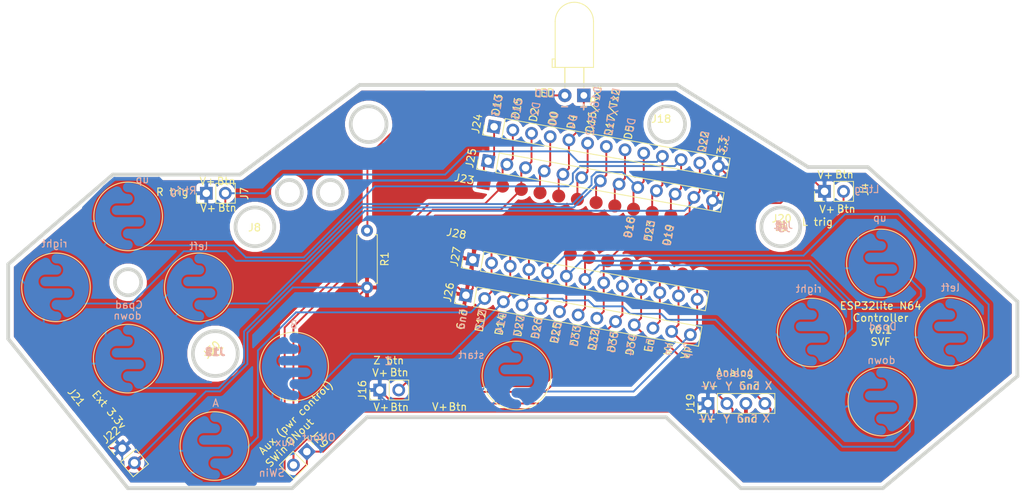
<source format=kicad_pcb>
(kicad_pcb (version 20171130) (host pcbnew "(5.1.10)-1")
  (layers (0 F.Cu signal) (31 B.Cu signal) (34 B.Paste user) (35 F.Paste user) (36 B.SilkS user) (37 F.SilkS user) (38 B.Mask user) (39 F.Mask user) (44 Edge.Cuts user))
  (net 0 "")
  (net 1 VCC)
  (net 2 "Net-(J1-Pad2)")
  (net 3 "Net-(J2-Pad2)")
  (net 4 "Net-(J23-Pad6)")
  (net 5 "Net-(J23-Pad10)")
  (net 6 "Net-(J10-Pad2)")
  (net 7 "Net-(J11-Pad2)")
  (net 8 "Net-(J12-Pad2)")
  (net 9 "Net-(J13-Pad2)")
  (net 10 "Net-(J14-Pad2)")
  (net 11 "Net-(J15-Pad2)")
  (net 12 "Net-(J16-Pad2)")
  (net 13 "Net-(J18-Pad1)")
  (net 14 "Net-(J18-Pad2)")
  (net 15 "Net-(J19-Pad2)")
  (net 16 GND)
  (net 17 "Net-(J19-Pad4)")
  (net 18 "Net-(J23-Pad3)")
  (net 19 "Net-(J26-Pad8)")
  (net 20 "Net-(J26-Pad7)")
  (net 21 "Net-(J26-Pad4)")
  (net 22 "Net-(J26-Pad3)")
  (net 23 "Net-(J23-Pad8)")
  (net 24 "Net-(J23-Pad4)")
  (net 25 "Net-(J23-Pad2)")
  (net 26 "Net-(J23-Pad1)")
  (net 27 "Net-(J26-Pad11)")
  (module full_n64_ctrl_board:13_pad (layer F.Cu) (at 79.68306 51.457204 350)
    (fp_text reference J28 (at -2.788296 -0.074148 170) (layer F.SilkS))
    (fp_text value Conn_01x13_Male)
    (pad 1 smd rect (at 0 0 350) (size 1.75 1.75) (layers F.Cu F.Paste F.Mask) (net 16 GND))
    (pad 2 smd circle (at 2.54 0 350) (size 1.75 1.75) (layers F.Cu F.Paste F.Mask) (net 6 "Net-(J10-Pad2)"))
    (pad 3 smd circle (at 5.08 0 350) (size 1.75 1.75) (layers F.Cu F.Paste F.Mask) (net 22 "Net-(J26-Pad3)"))
    (pad 4 smd circle (at 7.62 0 350) (size 1.75 1.75) (layers F.Cu F.Paste F.Mask) (net 21 "Net-(J26-Pad4)"))
    (pad 5 smd circle (at 10.16 0 350) (size 1.75 1.75) (layers F.Cu F.Paste F.Mask) (net 2 "Net-(J1-Pad2)"))
    (pad 6 smd circle (at 12.7 0 350) (size 1.75 1.75) (layers F.Cu F.Paste F.Mask) (net 3 "Net-(J2-Pad2)"))
    (pad 7 smd circle (at 15.24 0 350) (size 1.75 1.75) (layers F.Cu F.Paste F.Mask) (net 20 "Net-(J26-Pad7)"))
    (pad 8 smd circle (at 17.78 0 350) (size 1.75 1.75) (layers F.Cu F.Paste F.Mask) (net 19 "Net-(J26-Pad8)"))
    (pad 9 smd circle (at 20.32 0 350) (size 1.75 1.75) (layers F.Cu F.Paste F.Mask) (net 12 "Net-(J16-Pad2)"))
    (pad 10 smd circle (at 22.86 0 350) (size 1.75 1.75) (layers F.Cu F.Paste F.Mask) (net 15 "Net-(J19-Pad2)"))
    (pad 11 smd circle (at 25.4 0 350) (size 1.75 1.75) (layers F.Cu F.Paste F.Mask) (net 27 "Net-(J26-Pad11)"))
    (pad 12 smd circle (at 27.94 0 350) (size 1.75 1.75) (layers F.Cu F.Paste F.Mask) (net 17 "Net-(J19-Pad4)"))
    (pad 13 smd circle (at 30.48 0 350) (size 1.75 1.75) (layers F.Cu F.Paste F.Mask) (net 7 "Net-(J11-Pad2)"))
  )
  (module Connector_PinHeader_2.54mm:PinHeader_1x02_P2.54mm_Vertical (layer F.Cu) (at 32.25 79.65 40)
    (fp_text reference J22 (at 0 -2.33 40) (layer F.SilkS))
    (fp_text value Conn_01x02_Male)
    (pad 1 thru_hole rect (at 0 0 40) (size 1.7 1.7) (drill 1) (layers *.Cu *.Mask) (net 1 VCC))
    (pad 2 thru_hole oval (at 0 2.54 40) (size 1.7 1.7) (drill 1) (layers *.Cu *.Mask) (net 16 GND))
  )
  (module full_n64_ctrl_board:13_pad (layer F.Cu) (at 80.63306 44.107204 350)
    (fp_text reference J23 (at -2.681133 -0.042272 170) (layer F.SilkS))
    (fp_text value Conn_01x13_Male)
    (pad 13 smd circle (at 30.48 0 350) (size 1.75 1.75) (layers F.Cu F.Paste F.Mask) (net 1 VCC))
    (pad 12 smd circle (at 27.94 0 350) (size 1.75 1.75) (layers F.Cu F.Paste F.Mask) (net 10 "Net-(J14-Pad2)"))
    (pad 11 smd circle (at 25.4 0 350) (size 1.75 1.75) (layers F.Cu F.Paste F.Mask) (net 9 "Net-(J13-Pad2)"))
    (pad 10 smd circle (at 22.86 0 350) (size 1.75 1.75) (layers F.Cu F.Paste F.Mask) (net 5 "Net-(J23-Pad10)"))
    (pad 9 smd circle (at 20.32 0 350) (size 1.75 1.75) (layers F.Cu F.Paste F.Mask) (net 11 "Net-(J15-Pad2)"))
    (pad 8 smd circle (at 17.78 0 350) (size 1.75 1.75) (layers F.Cu F.Paste F.Mask) (net 23 "Net-(J23-Pad8)"))
    (pad 7 smd circle (at 15.24 0 350) (size 1.75 1.75) (layers F.Cu F.Paste F.Mask) (net 8 "Net-(J12-Pad2)"))
    (pad 6 smd circle (at 12.7 0 350) (size 1.75 1.75) (layers F.Cu F.Paste F.Mask) (net 4 "Net-(J23-Pad6)"))
    (pad 5 smd circle (at 10.16 0 350) (size 1.75 1.75) (layers F.Cu F.Paste F.Mask) (net 13 "Net-(J18-Pad1)"))
    (pad 4 smd circle (at 7.62 0 350) (size 1.75 1.75) (layers F.Cu F.Paste F.Mask) (net 24 "Net-(J23-Pad4)"))
    (pad 3 smd circle (at 5.08 0 350) (size 1.75 1.75) (layers F.Cu F.Paste F.Mask) (net 18 "Net-(J23-Pad3)"))
    (pad 2 smd circle (at 2.54 0 350) (size 1.75 1.75) (layers F.Cu F.Paste F.Mask) (net 25 "Net-(J23-Pad2)"))
    (pad 1 smd rect (at 0 0 350) (size 1.75 1.75) (layers F.Cu F.Paste F.Mask) (net 26 "Net-(J23-Pad1)"))
  )
  (module Connector_PinHeader_2.54mm:PinHeader_1x13_P2.54mm_Vertical (layer F.Cu) (at 78.23306 59.157204 80)
    (fp_text reference J26 (at 0 -2.33 80) (layer F.SilkS))
    (fp_text value Conn_01x13_Male)
    (pad 13 thru_hole oval (at 0 30.48 80) (size 1.7 1.7) (drill 1) (layers *.Cu *.Mask) (net 7 "Net-(J11-Pad2)"))
    (pad 12 thru_hole oval (at 0 27.94 80) (size 1.7 1.7) (drill 1) (layers *.Cu *.Mask) (net 17 "Net-(J19-Pad4)"))
    (pad 11 thru_hole oval (at 0 25.4 80) (size 1.7 1.7) (drill 1) (layers *.Cu *.Mask) (net 27 "Net-(J26-Pad11)"))
    (pad 10 thru_hole oval (at 0 22.86 80) (size 1.7 1.7) (drill 1) (layers *.Cu *.Mask) (net 15 "Net-(J19-Pad2)"))
    (pad 9 thru_hole oval (at 0 20.32 80) (size 1.7 1.7) (drill 1) (layers *.Cu *.Mask) (net 12 "Net-(J16-Pad2)"))
    (pad 8 thru_hole oval (at 0 17.78 80) (size 1.7 1.7) (drill 1) (layers *.Cu *.Mask) (net 19 "Net-(J26-Pad8)"))
    (pad 7 thru_hole oval (at 0 15.24 80) (size 1.7 1.7) (drill 1) (layers *.Cu *.Mask) (net 20 "Net-(J26-Pad7)"))
    (pad 6 thru_hole oval (at 0 12.7 80) (size 1.7 1.7) (drill 1) (layers *.Cu *.Mask) (net 3 "Net-(J2-Pad2)"))
    (pad 5 thru_hole oval (at 0 10.16 80) (size 1.7 1.7) (drill 1) (layers *.Cu *.Mask) (net 2 "Net-(J1-Pad2)"))
    (pad 4 thru_hole oval (at 0 7.62 80) (size 1.7 1.7) (drill 1) (layers *.Cu *.Mask) (net 21 "Net-(J26-Pad4)"))
    (pad 3 thru_hole oval (at 0 5.08 80) (size 1.7 1.7) (drill 1) (layers *.Cu *.Mask) (net 22 "Net-(J26-Pad3)"))
    (pad 2 thru_hole oval (at 0 2.54 80) (size 1.7 1.7) (drill 1) (layers *.Cu *.Mask) (net 6 "Net-(J10-Pad2)"))
    (pad 1 thru_hole rect (at 0 0 80) (size 1.7 1.7) (drill 1) (layers *.Cu *.Mask) (net 16 GND))
  )
  (module full_n64_ctrl_board:2_pad (layer F.Cu) (at 27.65 74.6 310)
    (fp_text reference J21 (at -2.375201 0.030351 130) (layer F.SilkS))
    (fp_text value Conn_01x02_Male)
    (pad 1 smd rect (at 0 0 310) (size 1.75 1.75) (layers F.Cu F.Paste F.Mask) (net 1 VCC))
    (pad 2 smd circle (at 2.54 0 310) (size 1.75 1.75) (layers F.Cu F.Paste F.Mask) (net 16 GND))
  )
  (module Connector_PinHeader_2.54mm:PinHeader_1x13_P2.54mm_Vertical (layer F.Cu) (at 82 36.6 80)
    (fp_text reference J24 (at 0 -2.33 80) (layer F.SilkS))
    (fp_text value Conn_01x13_Male)
    (pad 1 thru_hole rect (at 0 0 80) (size 1.7 1.7) (drill 1) (layers *.Cu *.Mask) (net 26 "Net-(J23-Pad1)"))
    (pad 2 thru_hole oval (at 0 2.54 80) (size 1.7 1.7) (drill 1) (layers *.Cu *.Mask) (net 25 "Net-(J23-Pad2)"))
    (pad 3 thru_hole oval (at 0 5.08 80) (size 1.7 1.7) (drill 1) (layers *.Cu *.Mask) (net 18 "Net-(J23-Pad3)"))
    (pad 4 thru_hole oval (at 0 7.62 80) (size 1.7 1.7) (drill 1) (layers *.Cu *.Mask) (net 24 "Net-(J23-Pad4)"))
    (pad 5 thru_hole oval (at 0 10.16 80) (size 1.7 1.7) (drill 1) (layers *.Cu *.Mask) (net 13 "Net-(J18-Pad1)"))
    (pad 6 thru_hole oval (at 0 12.7 80) (size 1.7 1.7) (drill 1) (layers *.Cu *.Mask) (net 4 "Net-(J23-Pad6)"))
    (pad 7 thru_hole oval (at 0 15.24 80) (size 1.7 1.7) (drill 1) (layers *.Cu *.Mask) (net 8 "Net-(J12-Pad2)"))
    (pad 8 thru_hole oval (at 0 17.78 80) (size 1.7 1.7) (drill 1) (layers *.Cu *.Mask) (net 23 "Net-(J23-Pad8)"))
    (pad 9 thru_hole oval (at 0 20.32 80) (size 1.7 1.7) (drill 1) (layers *.Cu *.Mask) (net 11 "Net-(J15-Pad2)"))
    (pad 10 thru_hole oval (at 0 22.86 80) (size 1.7 1.7) (drill 1) (layers *.Cu *.Mask) (net 5 "Net-(J23-Pad10)"))
    (pad 11 thru_hole oval (at 0 25.4 80) (size 1.7 1.7) (drill 1) (layers *.Cu *.Mask) (net 9 "Net-(J13-Pad2)"))
    (pad 12 thru_hole oval (at 0 27.94 80) (size 1.7 1.7) (drill 1) (layers *.Cu *.Mask) (net 10 "Net-(J14-Pad2)"))
    (pad 13 thru_hole oval (at 0 30.48 80) (size 1.7 1.7) (drill 1) (layers *.Cu *.Mask) (net 1 VCC))
  )
  (module Connector_PinHeader_2.54mm:PinHeader_1x13_P2.54mm_Vertical (layer F.Cu) (at 81.2 41.2 80)
    (fp_text reference J25 (at 0 -2.33 80) (layer F.SilkS))
    (fp_text value Conn_01x13_Male)
    (pad 13 thru_hole oval (at 0 30.48 80) (size 1.7 1.7) (drill 1) (layers *.Cu *.Mask) (net 1 VCC))
    (pad 12 thru_hole oval (at 0 27.94 80) (size 1.7 1.7) (drill 1) (layers *.Cu *.Mask) (net 10 "Net-(J14-Pad2)"))
    (pad 11 thru_hole oval (at 0 25.4 80) (size 1.7 1.7) (drill 1) (layers *.Cu *.Mask) (net 9 "Net-(J13-Pad2)"))
    (pad 10 thru_hole oval (at 0 22.86 80) (size 1.7 1.7) (drill 1) (layers *.Cu *.Mask) (net 5 "Net-(J23-Pad10)"))
    (pad 9 thru_hole oval (at 0 20.32 80) (size 1.7 1.7) (drill 1) (layers *.Cu *.Mask) (net 11 "Net-(J15-Pad2)"))
    (pad 8 thru_hole oval (at 0 17.78 80) (size 1.7 1.7) (drill 1) (layers *.Cu *.Mask) (net 23 "Net-(J23-Pad8)"))
    (pad 7 thru_hole oval (at 0 15.24 80) (size 1.7 1.7) (drill 1) (layers *.Cu *.Mask) (net 8 "Net-(J12-Pad2)"))
    (pad 6 thru_hole oval (at 0 12.7 80) (size 1.7 1.7) (drill 1) (layers *.Cu *.Mask) (net 4 "Net-(J23-Pad6)"))
    (pad 5 thru_hole oval (at 0 10.16 80) (size 1.7 1.7) (drill 1) (layers *.Cu *.Mask) (net 13 "Net-(J18-Pad1)"))
    (pad 4 thru_hole oval (at 0 7.62 80) (size 1.7 1.7) (drill 1) (layers *.Cu *.Mask) (net 24 "Net-(J23-Pad4)"))
    (pad 3 thru_hole oval (at 0 5.08 80) (size 1.7 1.7) (drill 1) (layers *.Cu *.Mask) (net 18 "Net-(J23-Pad3)"))
    (pad 2 thru_hole oval (at 0 2.54 80) (size 1.7 1.7) (drill 1) (layers *.Cu *.Mask) (net 25 "Net-(J23-Pad2)"))
    (pad 1 thru_hole rect (at 0 0 80) (size 1.7 1.7) (drill 1) (layers *.Cu *.Mask) (net 26 "Net-(J23-Pad1)"))
  )
  (module Connector_PinHeader_2.54mm:PinHeader_1x13_P2.54mm_Vertical (layer F.Cu) (at 79.15 54.4 80)
    (fp_text reference J27 (at 0 -2.33 80) (layer F.SilkS))
    (fp_text value Conn_01x13_Male)
    (pad 1 thru_hole rect (at 0 0 80) (size 1.7 1.7) (drill 1) (layers *.Cu *.Mask) (net 16 GND))
    (pad 2 thru_hole oval (at 0 2.54 80) (size 1.7 1.7) (drill 1) (layers *.Cu *.Mask) (net 6 "Net-(J10-Pad2)"))
    (pad 3 thru_hole oval (at 0 5.08 80) (size 1.7 1.7) (drill 1) (layers *.Cu *.Mask) (net 22 "Net-(J26-Pad3)"))
    (pad 4 thru_hole oval (at 0 7.62 80) (size 1.7 1.7) (drill 1) (layers *.Cu *.Mask) (net 21 "Net-(J26-Pad4)"))
    (pad 5 thru_hole oval (at 0 10.16 80) (size 1.7 1.7) (drill 1) (layers *.Cu *.Mask) (net 2 "Net-(J1-Pad2)"))
    (pad 6 thru_hole oval (at 0 12.7 80) (size 1.7 1.7) (drill 1) (layers *.Cu *.Mask) (net 3 "Net-(J2-Pad2)"))
    (pad 7 thru_hole oval (at 0 15.24 80) (size 1.7 1.7) (drill 1) (layers *.Cu *.Mask) (net 20 "Net-(J26-Pad7)"))
    (pad 8 thru_hole oval (at 0 17.78 80) (size 1.7 1.7) (drill 1) (layers *.Cu *.Mask) (net 19 "Net-(J26-Pad8)"))
    (pad 9 thru_hole oval (at 0 20.32 80) (size 1.7 1.7) (drill 1) (layers *.Cu *.Mask) (net 12 "Net-(J16-Pad2)"))
    (pad 10 thru_hole oval (at 0 22.86 80) (size 1.7 1.7) (drill 1) (layers *.Cu *.Mask) (net 15 "Net-(J19-Pad2)"))
    (pad 11 thru_hole oval (at 0 25.4 80) (size 1.7 1.7) (drill 1) (layers *.Cu *.Mask) (net 27 "Net-(J26-Pad11)"))
    (pad 12 thru_hole oval (at 0 27.94 80) (size 1.7 1.7) (drill 1) (layers *.Cu *.Mask) (net 17 "Net-(J19-Pad4)"))
    (pad 13 thru_hole oval (at 0 30.48 80) (size 1.7 1.7) (drill 1) (layers *.Cu *.Mask) (net 7 "Net-(J11-Pad2)"))
  )
  (module full_n64_ctrl_board:n64_button_pad (layer B.Cu) (at 143.04 64.79)
    (fp_text reference J1 (at -22.59 -14.79) (layer B.SilkS) (effects (justify mirror)))
    (fp_text value Conn_01x02_Male)
    (pad 1 smd custom (at 0 0) (size 1 1) (layers B.Cu B.Paste B.Mask) (net 1 VCC) (options (clearance outline) (anchor circle)) (primitives (gr_arc (start 0 1.65) (end 0 3.2) (angle 180) (width 1.25)) (gr_line (start -1.5 0.1) (end 1.5 0.1) (width 1.25)) (gr_arc (start -1.5 -1.45) (end -1.5 0.1) (angle 180) (width 1.25)) (gr_line (start -1.5 -3) (end 0 -3) (width 1.25)) (gr_arc (start 0 -0.55) (end 0 3.2) (angle 155) (width 1.25)) (gr_line (start -3.087 0.081) (end -1.972 1.085) (width 1.25)) (gr_arc (start 0 -4.55) (end 0 -3) (angle 70) (width 1.25))))
    (pad 2 smd custom (at -0.0508 1.5) (size 0.5 0.5) (layers B.Cu B.Paste B.Mask) (net 2 "Net-(J1-Pad2)") (options (clearance outline) (anchor circle)) (primitives (gr_arc (start 1.5 -1.4) (end 1.5 0.15) (angle -180) (width 1.25)) (gr_line (start 0 0.15) (end 1.5 0.15) (width 1.25)) (gr_line (start -1.5 -2.95) (end 1.5 -2.95) (width 1.25)) (gr_arc (start 0 -4.5) (end 0 -2.95) (angle -180) (width 1.25)) (gr_arc (start 0 -2.25) (end 0 -6) (angle 155) (width 1.25)) (gr_arc (start 0 1.75) (end 0 0.2) (angle 70) (width 1.25)) (gr_line (start 1.972 -3.885) (end 3.087 -2.881) (width 1.25))))
  )
  (module full_n64_ctrl_board:n64_button_pad (layer B.Cu) (at 133.79 55.54)
    (fp_text reference J2 (at -13.39 -5.59) (layer B.SilkS) (effects (justify mirror)))
    (fp_text value Conn_01x02_Male)
    (pad 2 smd custom (at -0.0508 1.5) (size 0.5 0.5) (layers B.Cu B.Paste B.Mask) (net 3 "Net-(J2-Pad2)") (options (clearance outline) (anchor circle)) (primitives (gr_arc (start 1.5 -1.4) (end 1.5 0.15) (angle -180) (width 1.25)) (gr_line (start 0 0.15) (end 1.5 0.15) (width 1.25)) (gr_line (start -1.5 -2.95) (end 1.5 -2.95) (width 1.25)) (gr_arc (start 0 -4.5) (end 0 -2.95) (angle -180) (width 1.25)) (gr_arc (start 0 -2.25) (end 0 -6) (angle 155) (width 1.25)) (gr_arc (start 0 1.75) (end 0 0.2) (angle 70) (width 1.25)) (gr_line (start 1.972 -3.885) (end 3.087 -2.881) (width 1.25))))
    (pad 1 smd custom (at 0 0) (size 1 1) (layers B.Cu B.Paste B.Mask) (net 1 VCC) (options (clearance outline) (anchor circle)) (primitives (gr_arc (start 0 1.65) (end 0 3.2) (angle 180) (width 1.25)) (gr_line (start -1.5 0.1) (end 1.5 0.1) (width 1.25)) (gr_arc (start -1.5 -1.45) (end -1.5 0.1) (angle 180) (width 1.25)) (gr_line (start -1.5 -3) (end 0 -3) (width 1.25)) (gr_arc (start 0 -0.55) (end 0 3.2) (angle 155) (width 1.25)) (gr_line (start -3.087 0.081) (end -1.972 1.085) (width 1.25)) (gr_arc (start 0 -4.55) (end 0 -3) (angle 70) (width 1.25))))
  )
  (module full_n64_ctrl_board:n64_button_pad (layer B.Cu) (at 133.79 74.04)
    (fp_text reference J3 (at -12.99 -23.84) (layer B.SilkS) (effects (justify mirror)))
    (fp_text value Conn_01x02_Male)
    (pad 2 smd custom (at -0.0508 1.5) (size 0.5 0.5) (layers B.Cu B.Paste B.Mask) (net 21 "Net-(J26-Pad4)") (options (clearance outline) (anchor circle)) (primitives (gr_arc (start 1.5 -1.4) (end 1.5 0.15) (angle -180) (width 1.25)) (gr_line (start 0 0.15) (end 1.5 0.15) (width 1.25)) (gr_line (start -1.5 -2.95) (end 1.5 -2.95) (width 1.25)) (gr_arc (start 0 -4.5) (end 0 -2.95) (angle -180) (width 1.25)) (gr_arc (start 0 -2.25) (end 0 -6) (angle 155) (width 1.25)) (gr_arc (start 0 1.75) (end 0 0.2) (angle 70) (width 1.25)) (gr_line (start 1.972 -3.885) (end 3.087 -2.881) (width 1.25))))
    (pad 1 smd custom (at 0 0) (size 1 1) (layers B.Cu B.Paste B.Mask) (net 1 VCC) (options (clearance outline) (anchor circle)) (primitives (gr_arc (start 0 1.65) (end 0 3.2) (angle 180) (width 1.25)) (gr_line (start -1.5 0.1) (end 1.5 0.1) (width 1.25)) (gr_arc (start -1.5 -1.45) (end -1.5 0.1) (angle 180) (width 1.25)) (gr_line (start -1.5 -3) (end 0 -3) (width 1.25)) (gr_arc (start 0 -0.55) (end 0 3.2) (angle 155) (width 1.25)) (gr_line (start -3.087 0.081) (end -1.972 1.085) (width 1.25)) (gr_arc (start 0 -4.55) (end 0 -3) (angle 70) (width 1.25))))
  )
  (module Connector_PinHeader_2.54mm:PinHeader_1x02_P2.54mm_Vertical (layer F.Cu) (at 126.2 45.25 90)
    (fp_text reference J4 (at 0.25 5.35 90) (layer F.SilkS))
    (fp_text value Conn_01x02_Male)
    (pad 1 thru_hole rect (at 0 0 90) (size 1.7 1.7) (drill 1) (layers *.Cu *.Mask) (net 1 VCC))
    (pad 2 thru_hole oval (at 0 2.54 90) (size 1.7 1.7) (drill 1) (layers *.Cu *.Mask) (net 19 "Net-(J26-Pad8)"))
  )
  (module full_n64_ctrl_board:2_pad (layer F.Cu) (at 119.35 45.25)
    (fp_text reference J5 (at 1.15 4.8) (layer F.SilkS))
    (fp_text value Conn_01x02_Male)
    (pad 1 smd rect (at 0 0) (size 1.75 1.75) (layers F.Cu F.Paste F.Mask) (net 1 VCC))
    (pad 2 smd circle (at 2.54 0) (size 1.75 1.75) (layers F.Cu F.Paste F.Mask) (net 19 "Net-(J26-Pad8)"))
  )
  (module full_n64_ctrl_board:n64_button_pad (layer B.Cu) (at 124.54 64.79)
    (fp_text reference J6 (at -4.04 -15.04) (layer B.SilkS) (effects (justify mirror)))
    (fp_text value Conn_01x02_Male)
    (pad 1 smd custom (at 0 0) (size 1 1) (layers B.Cu B.Paste B.Mask) (net 1 VCC) (options (clearance outline) (anchor circle)) (primitives (gr_arc (start 0 1.65) (end 0 3.2) (angle 180) (width 1.25)) (gr_line (start -1.5 0.1) (end 1.5 0.1) (width 1.25)) (gr_arc (start -1.5 -1.45) (end -1.5 0.1) (angle 180) (width 1.25)) (gr_line (start -1.5 -3) (end 0 -3) (width 1.25)) (gr_arc (start 0 -0.55) (end 0 3.2) (angle 155) (width 1.25)) (gr_line (start -3.087 0.081) (end -1.972 1.085) (width 1.25)) (gr_arc (start 0 -4.55) (end 0 -3) (angle 70) (width 1.25))))
    (pad 2 smd custom (at -0.0508 1.5) (size 0.5 0.5) (layers B.Cu B.Paste B.Mask) (net 20 "Net-(J26-Pad7)") (options (clearance outline) (anchor circle)) (primitives (gr_arc (start 1.5 -1.4) (end 1.5 0.15) (angle -180) (width 1.25)) (gr_line (start 0 0.15) (end 1.5 0.15) (width 1.25)) (gr_line (start -1.5 -2.95) (end 1.5 -2.95) (width 1.25)) (gr_arc (start 0 -4.5) (end 0 -2.95) (angle -180) (width 1.25)) (gr_arc (start 0 -2.25) (end 0 -6) (angle 155) (width 1.25)) (gr_arc (start 0 1.75) (end 0 0.2) (angle 70) (width 1.25)) (gr_line (start 1.972 -3.885) (end 3.087 -2.881) (width 1.25))))
  )
  (module Connector_PinHeader_2.54mm:PinHeader_1x02_P2.54mm_Vertical (layer F.Cu) (at 43.5 45.5 90)
    (fp_text reference J7 (at -0.05 5.1 90) (layer F.SilkS))
    (fp_text value Conn_01x02_Male)
    (pad 2 thru_hole oval (at 0 2.54 90) (size 1.7 1.7) (drill 1) (layers *.Cu *.Mask) (net 5 "Net-(J23-Pad10)"))
    (pad 1 thru_hole rect (at 0 0 90) (size 1.7 1.7) (drill 1) (layers *.Cu *.Mask) (net 1 VCC))
  )
  (module full_n64_ctrl_board:2_pad (layer F.Cu) (at 43.3 48.95)
    (fp_text reference J8 (at 6.65 1.15) (layer F.SilkS))
    (fp_text value Conn_01x02_Male)
    (pad 2 smd circle (at 2.54 0) (size 1.75 1.75) (layers F.Cu F.Paste F.Mask) (net 5 "Net-(J23-Pad10)"))
    (pad 1 smd rect (at 0 0) (size 1.75 1.75) (layers F.Cu F.Paste F.Mask) (net 1 VCC))
  )
  (module full_n64_ctrl_board:n64_button_pad (layer B.Cu) (at 55.3 69.38)
    (fp_text reference J9 (at -11.05 -2.58) (layer B.SilkS) (effects (justify mirror)))
    (fp_text value Conn_01x02_Male)
    (pad 2 smd custom (at -0.0508 1.5) (size 0.5 0.5) (layers B.Cu B.Paste B.Mask) (net 22 "Net-(J26-Pad3)") (options (clearance outline) (anchor circle)) (primitives (gr_arc (start 1.5 -1.4) (end 1.5 0.15) (angle -180) (width 1.25)) (gr_line (start 0 0.15) (end 1.5 0.15) (width 1.25)) (gr_line (start -1.5 -2.95) (end 1.5 -2.95) (width 1.25)) (gr_arc (start 0 -4.5) (end 0 -2.95) (angle -180) (width 1.25)) (gr_arc (start 0 -2.25) (end 0 -6) (angle 155) (width 1.25)) (gr_arc (start 0 1.75) (end 0 0.2) (angle 70) (width 1.25)) (gr_line (start 1.972 -3.885) (end 3.087 -2.881) (width 1.25))))
    (pad 1 smd custom (at 0 0) (size 1 1) (layers B.Cu B.Paste B.Mask) (net 1 VCC) (options (clearance outline) (anchor circle)) (primitives (gr_arc (start 0 1.65) (end 0 3.2) (angle 180) (width 1.25)) (gr_line (start -1.5 0.1) (end 1.5 0.1) (width 1.25)) (gr_arc (start -1.5 -1.45) (end -1.5 0.1) (angle 180) (width 1.25)) (gr_line (start -1.5 -3) (end 0 -3) (width 1.25)) (gr_arc (start 0 -0.55) (end 0 3.2) (angle 155) (width 1.25)) (gr_line (start -3.087 0.081) (end -1.972 1.085) (width 1.25)) (gr_arc (start 0 -4.55) (end 0 -3) (angle 70) (width 1.25))))
  )
  (module full_n64_ctrl_board:n64_button_pad (layer B.Cu) (at 44.7 79.99)
    (fp_text reference J10 (at 0 -13.34) (layer B.SilkS) (effects (justify mirror)))
    (fp_text value Conn_01x02_Male)
    (pad 2 smd custom (at -0.0508 1.5) (size 0.5 0.5) (layers B.Cu B.Paste B.Mask) (net 6 "Net-(J10-Pad2)") (options (clearance outline) (anchor circle)) (primitives (gr_arc (start 1.5 -1.4) (end 1.5 0.15) (angle -180) (width 1.25)) (gr_line (start 0 0.15) (end 1.5 0.15) (width 1.25)) (gr_line (start -1.5 -2.95) (end 1.5 -2.95) (width 1.25)) (gr_arc (start 0 -4.5) (end 0 -2.95) (angle -180) (width 1.25)) (gr_arc (start 0 -2.25) (end 0 -6) (angle 155) (width 1.25)) (gr_arc (start 0 1.75) (end 0 0.2) (angle 70) (width 1.25)) (gr_line (start 1.972 -3.885) (end 3.087 -2.881) (width 1.25))))
    (pad 1 smd custom (at 0 0) (size 1 1) (layers B.Cu B.Paste B.Mask) (net 1 VCC) (options (clearance outline) (anchor circle)) (primitives (gr_arc (start 0 1.65) (end 0 3.2) (angle 180) (width 1.25)) (gr_line (start -1.5 0.1) (end 1.5 0.1) (width 1.25)) (gr_arc (start -1.5 -1.45) (end -1.5 0.1) (angle 180) (width 1.25)) (gr_line (start -1.5 -3) (end 0 -3) (width 1.25)) (gr_arc (start 0 -0.55) (end 0 3.2) (angle 155) (width 1.25)) (gr_line (start -3.087 0.081) (end -1.972 1.085) (width 1.25)) (gr_arc (start 0 -4.55) (end 0 -3) (angle 70) (width 1.25))))
  )
  (module full_n64_ctrl_board:n64_button_pad (layer B.Cu) (at 85 70.55)
    (fp_text reference J11 (at 35.65 -20.8) (layer B.SilkS) (effects (justify mirror)))
    (fp_text value Conn_01x02_Male)
    (pad 1 smd custom (at 0 0) (size 1 1) (layers B.Cu B.Paste B.Mask) (net 1 VCC) (options (clearance outline) (anchor circle)) (primitives (gr_arc (start 0 1.65) (end 0 3.2) (angle 180) (width 1.25)) (gr_line (start -1.5 0.1) (end 1.5 0.1) (width 1.25)) (gr_arc (start -1.5 -1.45) (end -1.5 0.1) (angle 180) (width 1.25)) (gr_line (start -1.5 -3) (end 0 -3) (width 1.25)) (gr_arc (start 0 -0.55) (end 0 3.2) (angle 155) (width 1.25)) (gr_line (start -3.087 0.081) (end -1.972 1.085) (width 1.25)) (gr_arc (start 0 -4.55) (end 0 -3) (angle 70) (width 1.25))))
    (pad 2 smd custom (at -0.0508 1.5) (size 0.5 0.5) (layers B.Cu B.Paste B.Mask) (net 7 "Net-(J11-Pad2)") (options (clearance outline) (anchor circle)) (primitives (gr_arc (start 1.5 -1.4) (end 1.5 0.15) (angle -180) (width 1.25)) (gr_line (start 0 0.15) (end 1.5 0.15) (width 1.25)) (gr_line (start -1.5 -2.95) (end 1.5 -2.95) (width 1.25)) (gr_arc (start 0 -4.5) (end 0 -2.95) (angle -180) (width 1.25)) (gr_arc (start 0 -2.25) (end 0 -6) (angle 155) (width 1.25)) (gr_arc (start 0 1.75) (end 0 0.2) (angle 70) (width 1.25)) (gr_line (start 1.972 -3.885) (end 3.087 -2.881) (width 1.25))))
  )
  (module full_n64_ctrl_board:n64_button_pad (layer B.Cu) (at 42.58 58.77)
    (fp_text reference J12 (at 2.07 7.93) (layer B.SilkS) (effects (justify mirror)))
    (fp_text value Conn_01x02_Male)
    (pad 1 smd custom (at 0 0) (size 1 1) (layers B.Cu B.Paste B.Mask) (net 1 VCC) (options (clearance outline) (anchor circle)) (primitives (gr_arc (start 0 1.65) (end 0 3.2) (angle 180) (width 1.25)) (gr_line (start -1.5 0.1) (end 1.5 0.1) (width 1.25)) (gr_arc (start -1.5 -1.45) (end -1.5 0.1) (angle 180) (width 1.25)) (gr_line (start -1.5 -3) (end 0 -3) (width 1.25)) (gr_arc (start 0 -0.55) (end 0 3.2) (angle 155) (width 1.25)) (gr_line (start -3.087 0.081) (end -1.972 1.085) (width 1.25)) (gr_arc (start 0 -4.55) (end 0 -3) (angle 70) (width 1.25))))
    (pad 2 smd custom (at -0.0508 1.5) (size 0.5 0.5) (layers B.Cu B.Paste B.Mask) (net 8 "Net-(J12-Pad2)") (options (clearance outline) (anchor circle)) (primitives (gr_arc (start 1.5 -1.4) (end 1.5 0.15) (angle -180) (width 1.25)) (gr_line (start 0 0.15) (end 1.5 0.15) (width 1.25)) (gr_line (start -1.5 -2.95) (end 1.5 -2.95) (width 1.25)) (gr_arc (start 0 -4.5) (end 0 -2.95) (angle -180) (width 1.25)) (gr_arc (start 0 -2.25) (end 0 -6) (angle 155) (width 1.25)) (gr_arc (start 0 1.75) (end 0 0.2) (angle 70) (width 1.25)) (gr_line (start 1.972 -3.885) (end 3.087 -2.881) (width 1.25))))
  )
  (module full_n64_ctrl_board:n64_button_pad (layer B.Cu) (at 33.03 49.23)
    (fp_text reference J13 (at 11.62 17.57) (layer B.SilkS) (effects (justify mirror)))
    (fp_text value Conn_01x02_Male)
    (pad 1 smd custom (at 0 0) (size 1 1) (layers B.Cu B.Paste B.Mask) (net 1 VCC) (options (clearance outline) (anchor circle)) (primitives (gr_arc (start 0 1.65) (end 0 3.2) (angle 180) (width 1.25)) (gr_line (start -1.5 0.1) (end 1.5 0.1) (width 1.25)) (gr_arc (start -1.5 -1.45) (end -1.5 0.1) (angle 180) (width 1.25)) (gr_line (start -1.5 -3) (end 0 -3) (width 1.25)) (gr_arc (start 0 -0.55) (end 0 3.2) (angle 155) (width 1.25)) (gr_line (start -3.087 0.081) (end -1.972 1.085) (width 1.25)) (gr_arc (start 0 -4.55) (end 0 -3) (angle 70) (width 1.25))))
    (pad 2 smd custom (at -0.0508 1.5) (size 0.5 0.5) (layers B.Cu B.Paste B.Mask) (net 9 "Net-(J13-Pad2)") (options (clearance outline) (anchor circle)) (primitives (gr_arc (start 1.5 -1.4) (end 1.5 0.15) (angle -180) (width 1.25)) (gr_line (start 0 0.15) (end 1.5 0.15) (width 1.25)) (gr_line (start -1.5 -2.95) (end 1.5 -2.95) (width 1.25)) (gr_arc (start 0 -4.5) (end 0 -2.95) (angle -180) (width 1.25)) (gr_arc (start 0 -2.25) (end 0 -6) (angle 155) (width 1.25)) (gr_arc (start 0 1.75) (end 0 0.2) (angle 70) (width 1.25)) (gr_line (start 1.972 -3.885) (end 3.087 -2.881) (width 1.25))))
  )
  (module full_n64_ctrl_board:n64_button_pad (layer B.Cu) (at 33.03 68.32)
    (fp_text reference J14 (at 11.57 -1.57) (layer B.SilkS) (effects (justify mirror)))
    (fp_text value Conn_01x02_Male)
    (pad 2 smd custom (at -0.0508 1.5) (size 0.5 0.5) (layers B.Cu B.Paste B.Mask) (net 10 "Net-(J14-Pad2)") (options (clearance outline) (anchor circle)) (primitives (gr_arc (start 1.5 -1.4) (end 1.5 0.15) (angle -180) (width 1.25)) (gr_line (start 0 0.15) (end 1.5 0.15) (width 1.25)) (gr_line (start -1.5 -2.95) (end 1.5 -2.95) (width 1.25)) (gr_arc (start 0 -4.5) (end 0 -2.95) (angle -180) (width 1.25)) (gr_arc (start 0 -2.25) (end 0 -6) (angle 155) (width 1.25)) (gr_arc (start 0 1.75) (end 0 0.2) (angle 70) (width 1.25)) (gr_line (start 1.972 -3.885) (end 3.087 -2.881) (width 1.25))))
    (pad 1 smd custom (at 0 0) (size 1 1) (layers B.Cu B.Paste B.Mask) (net 1 VCC) (options (clearance outline) (anchor circle)) (primitives (gr_arc (start 0 1.65) (end 0 3.2) (angle 180) (width 1.25)) (gr_line (start -1.5 0.1) (end 1.5 0.1) (width 1.25)) (gr_arc (start -1.5 -1.45) (end -1.5 0.1) (angle 180) (width 1.25)) (gr_line (start -1.5 -3) (end 0 -3) (width 1.25)) (gr_arc (start 0 -0.55) (end 0 3.2) (angle 155) (width 1.25)) (gr_line (start -3.087 0.081) (end -1.972 1.085) (width 1.25)) (gr_arc (start 0 -4.55) (end 0 -3) (angle 70) (width 1.25))))
  )
  (module full_n64_ctrl_board:n64_button_pad (layer B.Cu) (at 23.48 58.77)
    (fp_text reference J15 (at 21.27 7.98) (layer B.SilkS) (effects (justify mirror)))
    (fp_text value Conn_01x02_Male)
    (pad 2 smd custom (at -0.0508 1.5) (size 0.5 0.5) (layers B.Cu B.Paste B.Mask) (net 11 "Net-(J15-Pad2)") (options (clearance outline) (anchor circle)) (primitives (gr_arc (start 1.5 -1.4) (end 1.5 0.15) (angle -180) (width 1.25)) (gr_line (start 0 0.15) (end 1.5 0.15) (width 1.25)) (gr_line (start -1.5 -2.95) (end 1.5 -2.95) (width 1.25)) (gr_arc (start 0 -4.5) (end 0 -2.95) (angle -180) (width 1.25)) (gr_arc (start 0 -2.25) (end 0 -6) (angle 155) (width 1.25)) (gr_arc (start 0 1.75) (end 0 0.2) (angle 70) (width 1.25)) (gr_line (start 1.972 -3.885) (end 3.087 -2.881) (width 1.25))))
    (pad 1 smd custom (at 0 0) (size 1 1) (layers B.Cu B.Paste B.Mask) (net 1 VCC) (options (clearance outline) (anchor circle)) (primitives (gr_arc (start 0 1.65) (end 0 3.2) (angle 180) (width 1.25)) (gr_line (start -1.5 0.1) (end 1.5 0.1) (width 1.25)) (gr_arc (start -1.5 -1.45) (end -1.5 0.1) (angle 180) (width 1.25)) (gr_line (start -1.5 -3) (end 0 -3) (width 1.25)) (gr_arc (start 0 -0.55) (end 0 3.2) (angle 155) (width 1.25)) (gr_line (start -3.087 0.081) (end -1.972 1.085) (width 1.25)) (gr_arc (start 0 -4.55) (end 0 -3) (angle 70) (width 1.25))))
  )
  (module Connector_PinHeader_2.54mm:PinHeader_1x02_P2.54mm_Vertical (layer F.Cu) (at 66.7 71.85 90)
    (fp_text reference J16 (at 0 -2.33 90) (layer F.SilkS))
    (fp_text value Conn_01x02_Male)
    (pad 2 thru_hole oval (at 0 2.54 90) (size 1.7 1.7) (drill 1) (layers *.Cu *.Mask) (net 12 "Net-(J16-Pad2)"))
    (pad 1 thru_hole rect (at 0 0 90) (size 1.7 1.7) (drill 1) (layers *.Cu *.Mask) (net 1 VCC))
  )
  (module full_n64_ctrl_board:2_pad (layer F.Cu) (at 74.56 72.1)
    (fp_text reference J17 (at -30.06 -5.35) (layer F.SilkS))
    (fp_text value Conn_01x02_Male)
    (pad 1 smd rect (at 0 0) (size 1.75 1.75) (layers F.Cu F.Paste F.Mask) (net 1 VCC))
    (pad 2 smd circle (at 2.54 0) (size 1.75 1.75) (layers F.Cu F.Paste F.Mask) (net 12 "Net-(J16-Pad2)"))
  )
  (module LED_THT:LED_D5.0mm_Horizontal_O3.81mm_Z3.0mm (layer F.Cu) (at 94 32.4 180)
    (fp_text reference J18 (at -10.35 -3.15) (layer F.SilkS))
    (fp_text value Conn_01x02_Male)
    (pad 1 thru_hole rect (at 0 0 180) (size 1.8 1.8) (drill 0.9) (layers *.Cu *.Mask) (net 13 "Net-(J18-Pad1)"))
    (pad 2 thru_hole circle (at 2.54 0 180) (size 1.8 1.8) (drill 0.9) (layers *.Cu *.Mask) (net 14 "Net-(J18-Pad2)"))
  )
  (module Connector_PinHeader_2.54mm:PinHeader_1x04_P2.54mm_Vertical (layer F.Cu) (at 110.6 73.65 90)
    (fp_text reference J19 (at 0 -2.33 90) (layer F.SilkS))
    (fp_text value Conn_01x04_Male)
    (pad 1 thru_hole rect (at 0 0 90) (size 1.7 1.7) (drill 1) (layers *.Cu *.Mask) (net 1 VCC))
    (pad 2 thru_hole oval (at 0 2.54 90) (size 1.7 1.7) (drill 1) (layers *.Cu *.Mask) (net 15 "Net-(J19-Pad2)"))
    (pad 3 thru_hole oval (at 0 5.08 90) (size 1.7 1.7) (drill 1) (layers *.Cu *.Mask) (net 16 GND))
    (pad 4 thru_hole oval (at 0 7.62 90) (size 1.7 1.7) (drill 1) (layers *.Cu *.Mask) (net 17 "Net-(J19-Pad4)"))
  )
  (module full_n64_ctrl_board:4_pad (layer F.Cu) (at 114.27 77.75)
    (fp_text reference J20 (at 6.2 -28.85) (layer F.SilkS))
    (fp_text value Conn_01x04_Male)
    (pad 1 smd rect (at -2.54 0) (size 1.75 1.75) (layers F.Cu F.Paste F.Mask) (net 1 VCC))
    (pad 2 smd circle (at 0 0) (size 1.75 1.75) (layers F.Cu F.Paste F.Mask) (net 15 "Net-(J19-Pad2)"))
    (pad 3 smd circle (at 2.54 0) (size 1.75 1.75) (layers F.Cu F.Paste F.Mask) (net 16 GND))
    (pad 4 smd circle (at 5.08 0) (size 1.75 1.75) (layers F.Cu F.Paste F.Mask) (net 17 "Net-(J19-Pad4)"))
  )
  (module Connector_PinHeader_2.54mm:PinHeader_1x02_P2.54mm_Vertical (layer F.Cu) (at 56.95 80.1 315)
    (fp_text reference J29 (at 0 -2.33 135) (layer F.SilkS))
    (fp_text value Conn_01x02_Male)
    (pad 1 thru_hole rect (at 0 0 315) (size 1.7 1.7) (drill 1) (layers *.Cu *.Mask) (net 25 "Net-(J23-Pad2)"))
    (pad 2 thru_hole oval (at 0 2.54 315) (size 1.7 1.7) (drill 1) (layers *.Cu *.Mask) (net 18 "Net-(J23-Pad3)"))
  )
  (module full_n64_ctrl_board:2_pad (layer F.Cu) (at 62 75.45 225)
    (fp_text reference J30 (at 6.22254 18.950462 45) (layer F.SilkS))
    (fp_text value Conn_01x02_Male)
    (pad 1 smd rect (at 0 0 225) (size 1.75 1.75) (layers F.Cu F.Paste F.Mask) (net 25 "Net-(J23-Pad2)"))
    (pad 2 smd circle (at 2.54 0 225) (size 1.75 1.75) (layers F.Cu F.Paste F.Mask) (net 18 "Net-(J23-Pad3)"))
  )
  (module Resistor_THT:R_Axial_DIN0207_L6.3mm_D2.5mm_P7.62mm_Horizontal (layer F.Cu) (at 65 50.5 270)
    (fp_text reference R1 (at 3.81 -2.37 90) (layer F.SilkS))
    (fp_text value R)
    (pad 1 thru_hole circle (at 0 0 270) (size 1.6 1.6) (drill 0.8) (layers *.Cu *.Mask) (net 14 "Net-(J18-Pad2)"))
    (pad 2 thru_hole oval (at 7.62 0 270) (size 1.6 1.6) (drill 0.8) (layers *.Cu *.Mask) (net 16 GND))
  )
  (gr_text Btn (at 69.3 69.5) (layer F.SilkS) (effects (font (size 1 1))))
  (gr_text V+ (at 66.75 69.55) (layer F.SilkS) (effects (font (size 1 1))))
  (gr_text "Ext 3.3v" (at 30.5 74.5 -50) (layer F.SilkS) (effects (font (size 1 1))))
  (gr_text Btn (at 46.3 47.45) (layer F.SilkS) (effects (font (size 1 1))))
  (gr_text V+ (at 43.75 47.5) (layer F.SilkS) (effects (font (size 1 1))))
  (gr_text Btn (at 129.1 47.6) (layer F.SilkS) (effects (font (size 1 1))))
  (gr_text V+ (at 126.55 47.65) (layer F.SilkS) (effects (font (size 1 1))))
  (gr_text Gnd (at 116.15 71.3) (layer F.SilkS) (effects (font (size 1 1))))
  (gr_text Y (at 113.4 71.4) (layer F.SilkS) (effects (font (size 1 1))))
  (gr_text X (at 118.7 71.3) (layer F.SilkS) (effects (font (size 1 1))))
  (gr_text V+ (at 110.95 71.3) (layer F.SilkS) (effects (font (size 1 1))))
  (gr_text V+ (at 110.6 71.3) (layer B.SilkS) (effects (font (size 1 1)) (justify mirror)))
  (gr_text Y (at 113.4 71.3) (layer B.SilkS) (effects (font (size 1 1)) (justify mirror)))
  (gr_text Gnd (at 116.15 71.3) (layer B.SilkS) (effects (font (size 1 1)) (justify mirror)))
  (gr_text X (at 118.7 71.25) (layer B.SilkS) (effects (font (size 1 1)) (justify mirror)))
  (gr_circle (center 55.241568 68.7) (end 51.641568 65.85) (layer F.SilkS) (width 0.12))
  (gr_circle (center 44.591568 79.35) (end 40.991568 76.5) (layer F.SilkS) (width 0.12))
  (gr_circle (center 32.991568 67.65) (end 29.391568 64.8) (layer F.SilkS) (width 0.12))
  (gr_circle (center 42.491568 58.1) (end 38.891568 55.25) (layer F.SilkS) (width 0.12))
  (gr_circle (center 33.041568 48.6) (end 29.441568 45.75) (layer F.SilkS) (width 0.12))
  (gr_circle (center 23.391568 58.1) (end 19.791568 55.25) (layer F.SilkS) (width 0.12))
  (gr_circle (center 84.991568 69.9) (end 81.391568 67.05) (layer F.SilkS) (width 0.12))
  (gr_circle (center 124.491568 64.15) (end 120.891568 61.3) (layer F.SilkS) (width 0.12))
  (gr_circle (center 133.941568 73.4) (end 130.341568 70.55) (layer F.SilkS) (width 0.12))
  (gr_circle (center 142.941568 64.05) (end 139.341568 61.2) (layer F.SilkS) (width 0.12))
  (gr_circle (center 133.741568 54.9) (end 130.141568 52.05) (layer F.SilkS) (width 0.12))
  (gr_text Vn (at 105.3 66.4 80) (layer B.SilkS) (effects (font (size 1 1)) (justify mirror)))
  (gr_text D35 (at 97.86732 65.45 80) (layer B.SilkS) (effects (font (size 1 1)) (justify mirror)))
  (gr_text D34 (at 100.35 65.85 80) (layer B.SilkS) (effects (font (size 1 1)) (justify mirror)))
  (gr_text D12 (at 80.25 62.4 80) (layer B.SilkS) (effects (font (size 1 1)) (justify mirror)))
  (gr_text D32 (at 95.4 65.05 80) (layer B.SilkS) (effects (font (size 1 1)) (justify mirror)))
  (gr_text D25 (at 90.35 64.1 80) (layer B.SilkS) (effects (font (size 1 1)) (justify mirror)))
  (gr_text D33 (at 92.895241 64.6 80) (layer B.SilkS) (effects (font (size 1 1)) (justify mirror)))
  (gr_text D14 (at 82.938299 62.858644 80) (layer B.SilkS) (effects (font (size 1 1)) (justify mirror)))
  (gr_text D27 (at 85.35 63.25 80) (layer B.SilkS) (effects (font (size 1 1)) (justify mirror)))
  (gr_text D26 (at 87.75 63.55 80) (layer B.SilkS) (effects (font (size 1 1)) (justify mirror)))
  (gr_text En (at 102.85 65.8 80) (layer B.SilkS) (effects (font (size 1 1)) (justify mirror)))
  (gr_text En (at 102.75 65.9 80) (layer F.SilkS) (effects (font (size 1 1))))
  (gr_text D15 (at 85.077031 34.286236 80) (layer B.SilkS) (effects (font (size 1 1)) (justify mirror)))
  (gr_text D19 (at 105.35 51.15 80) (layer B.SilkS) (effects (font (size 1 1)) (justify mirror)))
  (gr_text D22 (at 110.061452 38.591021 80) (layer B.SilkS) (effects (font (size 1 1)) (justify mirror)))
  (gr_text D23 (at 102.8 50.5 80) (layer B.SilkS) (effects (font (size 1 1)) (justify mirror)))
  (gr_text 3.3 (at 112.815896 38.882256 80) (layer B.SilkS) (effects (font (size 1 1)) (justify mirror)))
  (gr_text D2 (at 87.546141 34.227159 80) (layer B.SilkS) (effects (font (size 1 1)) (justify mirror)))
  (gr_text D13 (at 82.432937 33.802744 80) (layer B.SilkS) (effects (font (size 1 1)) (justify mirror)))
  (gr_text D4 (at 92.5 35.9 80) (layer B.SilkS) (effects (font (size 1 1)) (justify mirror)))
  (gr_text D18 (at 100.15 50.1 80) (layer B.SilkS) (effects (font (size 1 1)) (justify mirror)))
  (gr_text D16/Rx2 (at 95.35 34.5 80) (layer B.SilkS) (effects (font (size 1 1)) (justify mirror)))
  (gr_text D17/Tx2 (at 97.85 34.6 80) (layer B.SilkS) (effects (font (size 1 1)) (justify mirror)))
  (gr_text D5 (at 100.283985 36.362537 80) (layer B.SilkS) (effects (font (size 1 1)) (justify mirror)))
  (gr_text D0 (at 89.95 35.6 80) (layer B.SilkS) (effects (font (size 1 1)) (justify mirror)))
  (gr_text D0 (at 89.9 35.45 80) (layer F.SilkS) (effects (font (size 1 1))))
  (gr_text "ESP32lite N64\nController\nv0.1\nSVF" (at 133.7 63) (layer F.SilkS) (effects (font (size 1 1))))
  (gr_text D18 (at 100.1 50.05 80) (layer F.SilkS) (effects (font (size 1 1))))
  (gr_text D5 (at 100.05 37.35 80) (layer F.SilkS) (effects (font (size 1 1))))
  (gr_text D33 (at 92.9 64.6 80) (layer F.SilkS) (effects (font (size 1 1))))
  (gr_text D25 (at 90.25 64.2 80) (layer F.SilkS) (effects (font (size 1 1))))
  (gr_text D26 (at 87.7 63.6 80) (layer F.SilkS) (effects (font (size 1 1))))
  (gr_text D27 (at 85.35 63.3 80) (layer F.SilkS) (effects (font (size 1 1))))
  (gr_text D14 (at 82.85 63.1 80) (layer F.SilkS) (effects (font (size 1 1))))
  (gr_text D17/Tx2 (at 97.8 34.65 80) (layer F.SilkS) (effects (font (size 1 1))))
  (gr_text D16/Rx2 (at 95.3 34.1 80) (layer F.SilkS) (effects (font (size 1 1))))
  (gr_text D4 (at 92.4 35.95 80) (layer F.SilkS) (effects (font (size 1 1))))
  (gr_text ONout (at 58.55 78.2) (layer B.SilkS) (effects (font (size 1 1)) (justify mirror)))
  (gr_text SWin (at 52.25 82.95) (layer B.SilkS) (effects (font (size 1 1)) (justify mirror)))
  (gr_text X (at 118.4 75.65) (layer B.SilkS) (effects (font (size 1 1)) (justify mirror)))
  (gr_text Gnd (at 115.85 75.7) (layer B.SilkS) (effects (font (size 1 1)) (justify mirror)))
  (gr_text Y (at 113.1 75.7) (layer B.SilkS) (effects (font (size 1 1)) (justify mirror)))
  (gr_text V+ (at 110.3 75.7) (layer B.SilkS) (effects (font (size 1 1)) (justify mirror)))
  (gr_text Vp (at 107.77096 66.808156 80) (layer B.SilkS) (effects (font (size 1 1)) (justify mirror)))
  (gr_text Gnd (at 77.75 62.35 80) (layer B.SilkS) (effects (font (size 1 1)) (justify mirror)))
  (gr_text up (at 34.95 43.65) (layer B.SilkS) (effects (font (size 1 1)) (justify mirror)))
  (gr_text left (at 42.5 52.6) (layer B.SilkS) (effects (font (size 1 1)) (justify mirror)))
  (gr_text right (at 23.2 52.25) (layer B.SilkS) (effects (font (size 1 1)) (justify mirror)))
  (gr_text down (at 32.95 61.9) (layer B.SilkS) (effects (font (size 1 1)) (justify mirror)))
  (gr_text A (at 44.75 73.6) (layer B.SilkS) (effects (font (size 1 1)) (justify mirror)))
  (gr_text B (at 55.2 63.1) (layer B.SilkS) (effects (font (size 1 1)) (justify mirror)))
  (gr_text start (at 78.95 67.15) (layer B.SilkS) (effects (font (size 1 1)) (justify mirror)))
  (gr_text right (at 124.1 58.3) (layer B.SilkS) (effects (font (size 1 1)) (justify mirror)))
  (gr_text left (at 143.05 58.15) (layer B.SilkS) (effects (font (size 1 1)) (justify mirror)))
  (gr_text down (at 133.8 67.85) (layer B.SilkS) (effects (font (size 1 1)) (justify mirror)))
  (gr_text up (at 133.6 48.8) (layer B.SilkS) (effects (font (size 1 1)) (justify mirror)))
  (gr_text - (at 91.4 33.85) (layer F.SilkS) (effects (font (size 1 1))))
  (gr_text + (at 94 33.85) (layer F.SilkS) (effects (font (size 1 1))))
  (gr_text - (at 91.45 33.85) (layer B.SilkS) (effects (font (size 1 1)) (justify mirror)))
  (gr_text + (at 93.95 33.9) (layer B.SilkS) (effects (font (size 1 1)) (justify mirror)))
  (gr_text LED (at 88.75 32.15) (layer B.SilkS) (effects (font (size 1 1)) (justify mirror)))
  (gr_text Ltrig (at 131.85 44.95) (layer B.SilkS) (effects (font (size 1 1)) (justify mirror)))
  (gr_text Rtrig (at 40.4 45.15) (layer B.SilkS) (effects (font (size 1 1)) (justify mirror)))
  (gr_text Aux (at 54 78.85) (layer B.SilkS) (effects (font (size 1 1)) (justify mirror)))
  (gr_text Z (at 67.85 68) (layer B.SilkS) (effects (font (size 1 1)) (justify mirror)))
  (gr_text Cpad (at 33.15 60.45) (layer B.SilkS) (effects (font (size 1 1)) (justify mirror)))
  (gr_text Dpad (at 134 63.35) (layer B.SilkS) (effects (font (size 1 1)) (justify mirror)))
  (gr_text Analog (at 114.15 69.6) (layer B.SilkS) (effects (font (size 1 1)) (justify mirror)))
  (gr_text D12 (at 80.2 62.65 80) (layer F.SilkS) (effects (font (size 1 1))))
  (gr_text D13 (at 82.4 33.65 80) (layer F.SilkS) (effects (font (size 1 1))))
  (gr_text D2 (at 87.35 35 80) (layer F.SilkS) (effects (font (size 1 1))))
  (gr_text D15 (at 85.05 34.1 80) (layer F.SilkS) (effects (font (size 1 1))))
  (gr_text D19 (at 105.3 51.1 80) (layer F.SilkS) (effects (font (size 1 1))))
  (gr_text D32 (at 95.3 65.15 80) (layer F.SilkS) (effects (font (size 1 1))))
  (gr_text D35 (at 97.9 65.4 80) (layer F.SilkS) (effects (font (size 1 1))))
  (gr_text D22 (at 110 38.6 80) (layer F.SilkS) (effects (font (size 1 1))))
  (gr_text D34 (at 100.35 65.8 80) (layer F.SilkS) (effects (font (size 1 1))))
  (gr_text Vn (at 105.35 66.3 80) (layer F.SilkS) (effects (font (size 1 1))))
  (gr_text Vp (at 107.622078 66.826436 80) (layer F.SilkS) (effects (font (size 1 1))))
  (gr_text D23 (at 102.8 50.55 80) (layer F.SilkS) (effects (font (size 1 1))))
  (gr_text Gnd (at 77.7 62.4 80) (layer F.SilkS) (effects (font (size 1 1))))
  (gr_text 3.3 (at 112.5 39.2 80) (layer F.SilkS) (effects (font (size 1 1))))
  (gr_text LED (at 88.7 32.05) (layer F.SilkS) (effects (font (size 1 1))))
  (gr_text SWin (at 52.9 80.7 45) (layer F.SilkS) (effects (font (size 1 1))))
  (gr_text ONout (at 56 77.5 45) (layer F.SilkS) (effects (font (size 1 1))))
  (gr_text "Aux (pwr control)" (at 55.45 75.55 45) (layer F.SilkS) (effects (font (size 1 1))))
  (gr_text Btn (at 46.15 43.9) (layer F.SilkS) (effects (font (size 1 1))))
  (gr_text V+ (at 43.65 43.9) (layer F.SilkS) (effects (font (size 1 1))))
  (gr_text "R trig" (at 38.95 45.35) (layer F.SilkS) (effects (font (size 1 1))))
  (gr_text Btn (at 128.85 43) (layer F.SilkS) (effects (font (size 1 1))))
  (gr_text V+ (at 126.3 43.05) (layer F.SilkS) (effects (font (size 1 1))))
  (gr_text "L trig" (at 125.25 49.35) (layer F.SilkS) (effects (font (size 1 1))))
  (gr_text X (at 118.4 75.7) (layer F.SilkS) (effects (font (size 1 1))))
  (gr_text Gnd (at 115.85 75.7) (layer F.SilkS) (effects (font (size 1 1))))
  (gr_text Y (at 113.1 75.8) (layer F.SilkS) (effects (font (size 1 1))))
  (gr_text V+ (at 110.65 75.7) (layer F.SilkS) (effects (font (size 1 1))))
  (gr_text Analog (at 114.2 69.5) (layer F.SilkS) (effects (font (size 1 1))))
  (gr_text Btn (at 77.15 74.1) (layer F.SilkS) (effects (font (size 1 1))))
  (gr_text V+ (at 74.75 74.1) (layer F.SilkS) (effects (font (size 1 1))))
  (gr_text Btn (at 69.35 74.15) (layer F.SilkS) (effects (font (size 1 1))))
  (gr_text V+ (at 66.9 74.15) (layer F.SilkS) (effects (font (size 1 1))))
  (gr_text "Z btn" (at 67.9 67.9) (layer F.SilkS) (effects (font (size 1 1))))
  (gr_line (start 55 85) (end 33 85) (layer Edge.Cuts) (width 0.5))
  (gr_line (start 105 75.5) (end 115 85) (layer Edge.Cuts) (width 0.5))
  (gr_line (start 65 75.5) (end 55 85) (layer Edge.Cuts) (width 0.5))
  (gr_line (start 65 75.5) (end 105 75.5) (layer Edge.Cuts) (width 0.5))
  (gr_line (start 152 70) (end 134 85) (layer Edge.Cuts) (width 0.5))
  (gr_line (start 132 42) (end 152 60) (layer Edge.Cuts) (width 0.5))
  (gr_line (start 106.5 31) (end 124 42) (layer Edge.Cuts) (width 0.5))
  (gr_line (start 124 42) (end 132 42) (layer Edge.Cuts) (width 0.5))
  (gr_line (start 48 43) (end 64 31) (layer Edge.Cuts) (width 0.5))
  (gr_line (start 17 55) (end 31 43) (layer Edge.Cuts) (width 0.5))
  (gr_line (start 17 65) (end 33 85) (layer Edge.Cuts) (width 0.5))
  (gr_circle (center 44.7 66.97) (end 47.7 66.97) (layer Edge.Cuts) (width 0.5))
  (gr_circle (center 33.03 57.42) (end 34.78 57.42) (layer Edge.Cuts) (width 0.5))
  (gr_circle (center 60.1 45.4) (end 61.77 45.4) (layer Edge.Cuts) (width 0.5))
  (gr_circle (center 54.6 45.4) (end 56.27 45.4) (layer Edge.Cuts) (width 0.5))
  (gr_circle (center 105.14 36.25) (end 107.54 36.25) (layer Edge.Cuts) (width 0.5))
  (gr_circle (center 65.21 36.25) (end 67.61 36.25) (layer Edge.Cuts) (width 0.5))
  (gr_circle (center 120.35 50) (end 122.95 50) (layer Edge.Cuts) (width 0.5))
  (gr_circle (center 50 50) (end 52.6 50) (layer Edge.Cuts) (width 0.5))
  (gr_line (start 64 31) (end 106.5 31) (layer Edge.Cuts) (width 0.5))
  (gr_line (start 115 85) (end 134 85) (layer Edge.Cuts) (width 0.5))
  (gr_line (start 31 43) (end 48 43) (layer Edge.Cuts) (width 0.5))
  (gr_line (start 152 60) (end 152 70) (layer Edge.Cuts) (width 0.5))
  (gr_line (start 17 55) (end 17 65) (layer Edge.Cuts) (width 0.5))
  (segment (start 111.36 74.41) (end 110.6 73.65) (width 0.25) (layer F.Cu) (net 1))
  (segment (start 111.36 78.4) (end 111.36 74.41) (width 0.25) (layer F.Cu) (net 1))
  (segment (start 43.5 48.75) (end 43.3 48.95) (width 0.25) (layer F.Cu) (net 1))
  (segment (start 43.5 45.5) (end 43.5 48.75) (width 0.25) (layer F.Cu) (net 1))
  (segment (start 124.54 64.79) (end 123.31 64.79) (width 0.25) (layer B.Cu) (net 1))
  (segment (start 123.31 64.79) (end 122.65 65.45) (width 0.25) (layer B.Cu) (net 1))
  (segment (start 124.999999 44.049999) (end 124.649999 44.049999) (width 0.25) (layer F.Cu) (net 1))
  (segment (start 126.2 45.25) (end 124.999999 44.049999) (width 0.25) (layer F.Cu) (net 1))
  (segment (start 124.649999 44.049999) (end 123.9 43.3) (width 0.25) (layer F.Cu) (net 1))
  (segment (start 121.3 43.3) (end 119.35 45.25) (width 0.25) (layer F.Cu) (net 1))
  (segment (start 123.9 43.3) (end 121.3 43.3) (width 0.25) (layer F.Cu) (net 1))
  (segment (start 110.65 47.059736) (end 111.21694 46.492796) (width 0.25) (layer F.Cu) (net 1))
  (segment (start 110.65 49.4) (end 110.65 47.059736) (width 0.25) (layer F.Cu) (net 1))
  (segment (start 112.01694 45.692796) (end 111.21694 46.492796) (width 0.25) (layer F.Cu) (net 1))
  (segment (start 112.01694 41.892796) (end 112.01694 45.692796) (width 0.25) (layer F.Cu) (net 1))
  (segment (start 30.610926 79.65) (end 32.25 79.65) (width 0.25) (layer F.Cu) (net 1))
  (segment (start 27.65 76.689074) (end 30.610926 79.65) (width 0.25) (layer F.Cu) (net 1))
  (segment (start 27.65 74.6) (end 27.65 76.689074) (width 0.25) (layer F.Cu) (net 1))
  (segment (start 76.873998 73.65) (end 76.773998 73.55) (width 0.25) (layer F.Cu) (net 1))
  (segment (start 110.6 73.65) (end 76.873998 73.65) (width 0.25) (layer F.Cu) (net 1))
  (segment (start 76.01 73.55) (end 74.56 72.1) (width 0.25) (layer F.Cu) (net 1))
  (segment (start 76.773998 73.55) (end 76.01 73.55) (width 0.25) (layer F.Cu) (net 1))
  (segment (start 67.875001 73.025001) (end 66.7 71.85) (width 0.25) (layer F.Cu) (net 1))
  (segment (start 73.634999 73.025001) (end 67.875001 73.025001) (width 0.25) (layer F.Cu) (net 1))
  (segment (start 74.56 72.1) (end 73.634999 73.025001) (width 0.25) (layer F.Cu) (net 1))
  (segment (start 115.374144 45.25) (end 112.01694 41.892796) (width 0.25) (layer F.Cu) (net 1))
  (segment (start 119.35 45.25) (end 115.374144 45.25) (width 0.25) (layer F.Cu) (net 1))
  (segment (start 23.48 58.77) (end 20.48 58.77) (width 0.25) (layer B.Cu) (net 1))
  (segment (start 20.48 58.77) (end 21.75 60.04) (width 0.25) (layer B.Cu) (net 1))
  (segment (start 21.75 69.15) (end 32.25 79.65) (width 0.25) (layer B.Cu) (net 1))
  (segment (start 21.92 68.32) (end 21.75 68.15) (width 0.25) (layer B.Cu) (net 1))
  (segment (start 33.03 68.32) (end 21.92 68.32) (width 0.25) (layer B.Cu) (net 1))
  (segment (start 21.75 68.15) (end 21.75 69.15) (width 0.25) (layer B.Cu) (net 1))
  (segment (start 21.75 60.04) (end 21.75 68.15) (width 0.25) (layer B.Cu) (net 1))
  (segment (start 18.25 56.630955) (end 21.934523 60.315478) (width 0.25) (layer B.Cu) (net 1))
  (segment (start 18.25 55.85) (end 18.25 56.630955) (width 0.25) (layer B.Cu) (net 1))
  (segment (start 55.3 69.38) (end 52.35 72.33) (width 0.25) (layer B.Cu) (net 1))
  (segment (start 52.35 78.3) (end 50 80.65) (width 0.25) (layer B.Cu) (net 1))
  (segment (start 50 84.35) (end 49.92501 84.42499) (width 0.25) (layer B.Cu) (net 1))
  (segment (start 49.92501 84.42499) (end 41.17499 84.42499) (width 0.5) (layer B.Cu) (net 1))
  (segment (start 39.66 79.99) (end 44.7 79.99) (width 0.25) (layer B.Cu) (net 1))
  (segment (start 39.1 80.55) (end 39.66 79.99) (width 0.25) (layer B.Cu) (net 1))
  (segment (start 39.1 80.8) (end 39.1 80.55) (width 0.25) (layer B.Cu) (net 1))
  (segment (start 39.1 82.35) (end 39.1 80.8) (width 0.25) (layer B.Cu) (net 1))
  (segment (start 66.7 71.85) (end 62.1 71.85) (width 0.25) (layer B.Cu) (net 1))
  (segment (start 55.95 78) (end 52.35 78) (width 0.25) (layer B.Cu) (net 1))
  (segment (start 62.1 71.85) (end 55.95 78) (width 0.25) (layer B.Cu) (net 1))
  (segment (start 52.35 78) (end 52.35 78.3) (width 0.25) (layer B.Cu) (net 1))
  (segment (start 52.35 72.33) (end 52.35 78) (width 0.25) (layer B.Cu) (net 1))
  (segment (start 66.7 71.85) (end 66.7 72.55) (width 0.25) (layer B.Cu) (net 1))
  (segment (start 66.7 72.55) (end 67.95 73.8) (width 0.25) (layer B.Cu) (net 1))
  (segment (start 67.95 73.8) (end 78.45 73.8) (width 0.25) (layer B.Cu) (net 1))
  (segment (start 81.7 70.55) (end 85 70.55) (width 0.25) (layer B.Cu) (net 1))
  (segment (start 78.45 73.8) (end 81.7 70.55) (width 0.25) (layer B.Cu) (net 1))
  (segment (start 33.03 49.23) (end 27.13 49.23) (width 0.25) (layer B.Cu) (net 1))
  (segment (start 136.79 64.79) (end 143.04 64.79) (width 0.25) (layer B.Cu) (net 1))
  (segment (start 135.9 63.9) (end 136.79 64.79) (width 0.25) (layer B.Cu) (net 1))
  (segment (start 140.3 59.5) (end 135.9 63.9) (width 0.25) (layer B.Cu) (net 1))
  (segment (start 136.1 49.4) (end 140.3 53.6) (width 0.25) (layer B.Cu) (net 1))
  (segment (start 132.05 49.4) (end 136.1 49.4) (width 0.25) (layer B.Cu) (net 1))
  (segment (start 130.7 50.75) (end 132.05 49.4) (width 0.25) (layer B.Cu) (net 1))
  (segment (start 130.7 54.6) (end 130.7 50.75) (width 0.25) (layer B.Cu) (net 1))
  (segment (start 140.3 53.6) (end 140.3 59.5) (width 0.25) (layer B.Cu) (net 1))
  (segment (start 131.64 55.54) (end 130.7 54.6) (width 0.25) (layer B.Cu) (net 1))
  (segment (start 133.79 55.54) (end 131.64 55.54) (width 0.25) (layer B.Cu) (net 1))
  (segment (start 133.79 74.04) (end 131.19 74.04) (width 0.25) (layer B.Cu) (net 1))
  (segment (start 131.19 74.04) (end 128.95 71.8) (width 0.25) (layer B.Cu) (net 1))
  (segment (start 132.290308 68.459692) (end 132.290308 67.509692) (width 0.25) (layer B.Cu) (net 1))
  (segment (start 132.290308 67.509692) (end 135.9 63.9) (width 0.25) (layer B.Cu) (net 1))
  (segment (start 123.31 64.79) (end 121.3 66.8) (width 0.25) (layer B.Cu) (net 1))
  (segment (start 121.3 66.8) (end 121.4 66.8) (width 0.25) (layer B.Cu) (net 1))
  (segment (start 126.4 71.8) (end 128.95 71.8) (width 0.25) (layer B.Cu) (net 1))
  (segment (start 121.4 66.8) (end 126.4 71.8) (width 0.25) (layer B.Cu) (net 1))
  (segment (start 32.25 79.65) (end 32.25 82.15) (width 0.25) (layer B.Cu) (net 1))
  (segment (start 32.25 82.15) (end 33.75 83.65) (width 0.25) (layer B.Cu) (net 1))
  (segment (start 38 83.65) (end 39.2 82.45) (width 0.25) (layer B.Cu) (net 1))
  (segment (start 33.75 83.65) (end 38 83.65) (width 0.25) (layer B.Cu) (net 1))
  (segment (start 39.2 82.45) (end 39.1 82.35) (width 0.25) (layer B.Cu) (net 1))
  (segment (start 41.74 82.95) (end 39.7 82.95) (width 0.25) (layer B.Cu) (net 1))
  (segment (start 44.7 79.99) (end 41.74 82.95) (width 0.25) (layer B.Cu) (net 1))
  (segment (start 39.7 82.95) (end 39.2 82.45) (width 0.5) (layer B.Cu) (net 1))
  (segment (start 41.17499 84.42499) (end 39.7 82.95) (width 0.5) (layer B.Cu) (net 1))
  (segment (start 55.3 69.38) (end 54.77 69.38) (width 0.25) (layer B.Cu) (net 1))
  (segment (start 54.77 69.38) (end 53.55 70.6) (width 0.25) (layer B.Cu) (net 1))
  (segment (start 53.55 79.15) (end 50 82.7) (width 0.25) (layer B.Cu) (net 1))
  (segment (start 53.55 70.6) (end 53.55 79.15) (width 0.25) (layer B.Cu) (net 1))
  (segment (start 50 82.7) (end 50 84.35) (width 0.5) (layer B.Cu) (net 1))
  (segment (start 50 80.65) (end 50 82.7) (width 0.5) (layer B.Cu) (net 1))
  (segment (start 30.036144 68.417099) (end 31.484523 69.865478) (width 0.25) (layer B.Cu) (net 1))
  (segment (start 42.58 58.77) (end 39 62.35) (width 0.25) (layer B.Cu) (net 1))
  (segment (start 30.036144 61.563856) (end 30.036144 68.417099) (width 0.25) (layer B.Cu) (net 1))
  (segment (start 35.836144 61.563856) (end 30.036144 61.563856) (width 0.25) (layer B.Cu) (net 1))
  (segment (start 38.63 58.77) (end 35.836144 61.563856) (width 0.25) (layer B.Cu) (net 1))
  (segment (start 42.58 58.77) (end 38.63 58.77) (width 0.25) (layer B.Cu) (net 1))
  (segment (start 33.03 49.23) (end 29.51 52.75) (width 0.25) (layer B.Cu) (net 1))
  (segment (start 124.54 64.79) (end 120.09 64.79) (width 0.25) (layer B.Cu) (net 1))
  (segment (start 120.09 64.79) (end 117.05 61.75) (width 0.25) (layer B.Cu) (net 1))
  (segment (start 133.79 55.54) (end 128.09 55.54) (width 0.25) (layer B.Cu) (net 1))
  (segment (start 128.09 55.54) (end 127.2 54.65) (width 0.25) (layer B.Cu) (net 1))
  (segment (start 133.79 74.04) (end 129.11 74.04) (width 0.25) (layer B.Cu) (net 1))
  (segment (start 129.11 74.04) (end 128.2 74.95) (width 0.25) (layer B.Cu) (net 1))
  (segment (start 81.75 73.8) (end 81.75 74.05) (width 0.25) (layer B.Cu) (net 1))
  (segment (start 109.6 74.65) (end 110.6 73.65) (width 0.25) (layer B.Cu) (net 1))
  (segment (start 85 70.55) (end 81.75 73.8) (width 0.25) (layer B.Cu) (net 1))
  (segment (start 81.75 74.05) (end 82.35 74.65) (width 0.25) (layer B.Cu) (net 1))
  (segment (start 82.35 74.65) (end 109.6 74.65) (width 0.25) (layer B.Cu) (net 1))
  (segment (start 43.5 45.5) (end 39.07499 45.5) (width 0.25) (layer B.Cu) (net 1))
  (segment (start 27.13 47.47) (end 27.13 49.23) (width 0.25) (layer B.Cu) (net 1))
  (segment (start 29.898673 44.701327) (end 27.13 47.47) (width 0.5) (layer B.Cu) (net 1))
  (segment (start 37.15 43.57501) (end 31.21271 43.57501) (width 0.5) (layer B.Cu) (net 1))
  (segment (start 31.21271 43.57501) (end 29.898673 44.701327) (width 0.5) (layer B.Cu) (net 1))
  (segment (start 39.07499 45.5) (end 37.15 43.57501) (width 0.5) (layer B.Cu) (net 1))
  (segment (start 89.155647 53.754529) (end 89.688707 53.221469) (width 0.25) (layer F.Cu) (net 2))
  (segment (start 89.155647 56.164265) (end 89.155647 53.754529) (width 0.25) (layer F.Cu) (net 2))
  (segment (start 89.155647 60.004529) (end 88.238707 60.921469) (width 0.25) (layer F.Cu) (net 2))
  (segment (start 89.155647 56.164265) (end 89.155647 60.004529) (width 0.25) (layer F.Cu) (net 2))
  (segment (start 123.4 53.85) (end 91.469912 53.85) (width 0.25) (layer B.Cu) (net 2))
  (segment (start 128.95 48.3) (end 123.4 53.85) (width 0.25) (layer B.Cu) (net 2))
  (segment (start 136.05 48.3) (end 128.95 48.3) (width 0.25) (layer B.Cu) (net 2))
  (segment (start 148.15 60.4) (end 136.05 48.3) (width 0.25) (layer B.Cu) (net 2))
  (segment (start 148.15 64.65) (end 148.15 60.4) (width 0.25) (layer B.Cu) (net 2))
  (segment (start 91.469912 53.85) (end 89.155647 56.164265) (width 0.25) (layer B.Cu) (net 2))
  (segment (start 146.51 66.29) (end 148.15 64.65) (width 0.25) (layer B.Cu) (net 2))
  (segment (start 142.9892 66.29) (end 146.51 66.29) (width 0.25) (layer B.Cu) (net 2))
  (segment (start 133.7392 57.04) (end 135.81 57.04) (width 0.25) (layer B.Cu) (net 3))
  (segment (start 133.7392 57.04) (end 136.81 57.04) (width 0.25) (layer B.Cu) (net 3))
  (segment (start 136.81 57.04) (end 135.2 58.65) (width 0.25) (layer B.Cu) (net 3))
  (segment (start 91.657058 54.195596) (end 92.190118 53.662536) (width 0.25) (layer F.Cu) (net 3))
  (segment (start 91.657058 56.605332) (end 91.657058 54.195596) (width 0.25) (layer F.Cu) (net 3))
  (segment (start 91.657058 60.445596) (end 90.740118 61.362536) (width 0.25) (layer F.Cu) (net 3))
  (segment (start 91.657058 56.605332) (end 91.657058 60.445596) (width 0.25) (layer F.Cu) (net 3))
  (segment (start 124.3 54.55) (end 93.71239 54.55) (width 0.25) (layer B.Cu) (net 3))
  (segment (start 130.55 60.8) (end 124.3 54.55) (width 0.25) (layer B.Cu) (net 3))
  (segment (start 139.1 59.25) (end 137.55 60.8) (width 0.25) (layer B.Cu) (net 3))
  (segment (start 139.1 58.45) (end 139.1 59.25) (width 0.25) (layer B.Cu) (net 3))
  (segment (start 137.69 57.04) (end 139.1 58.45) (width 0.25) (layer B.Cu) (net 3))
  (segment (start 93.71239 54.55) (end 91.657058 56.605332) (width 0.25) (layer B.Cu) (net 3))
  (segment (start 137.55 60.8) (end 130.55 60.8) (width 0.25) (layer B.Cu) (net 3))
  (segment (start 133.7392 57.04) (end 137.69 57.04) (width 0.25) (layer B.Cu) (net 3))
  (segment (start 93.140118 43.972272) (end 93.707058 43.405332) (width 0.25) (layer F.Cu) (net 4))
  (segment (start 93.140118 46.312536) (end 93.140118 43.972272) (width 0.25) (layer F.Cu) (net 4))
  (segment (start 94.507058 42.605332) (end 93.707058 43.405332) (width 0.25) (layer F.Cu) (net 4))
  (segment (start 94.507058 38.805332) (end 94.507058 42.605332) (width 0.25) (layer F.Cu) (net 4))
  (segment (start 46.04 48.75) (end 45.84 48.95) (width 0.25) (layer F.Cu) (net 5))
  (segment (start 46.04 45.5) (end 46.04 48.75) (width 0.25) (layer F.Cu) (net 5))
  (segment (start 103.145765 45.736537) (end 103.712705 45.169597) (width 0.25) (layer F.Cu) (net 5))
  (segment (start 103.145765 48.076801) (end 103.145765 45.736537) (width 0.25) (layer F.Cu) (net 5))
  (segment (start 104.512705 44.369597) (end 103.712705 45.169597) (width 0.25) (layer F.Cu) (net 5))
  (segment (start 104.512705 40.569597) (end 104.512705 44.369597) (width 0.25) (layer F.Cu) (net 5))
  (segment (start 51.316414 45.5) (end 53.816414 43) (width 0.25) (layer B.Cu) (net 5))
  (segment (start 46.04 45.5) (end 51.316414 45.5) (width 0.25) (layer B.Cu) (net 5))
  (segment (start 53.816414 43) (end 75.45 43) (width 0.25) (layer B.Cu) (net 5))
  (segment (start 103.77877 41.303532) (end 104.512705 40.569597) (width 0.25) (layer B.Cu) (net 5))
  (segment (start 93.253532 41.303532) (end 103.77877 41.303532) (width 0.25) (layer B.Cu) (net 5))
  (segment (start 91.840302 39.890302) (end 93.253532 41.303532) (width 0.25) (layer B.Cu) (net 5))
  (segment (start 78.559698 39.890302) (end 91.840302 39.890302) (width 0.25) (layer B.Cu) (net 5))
  (segment (start 75.45 43) (end 78.559698 39.890302) (width 0.25) (layer B.Cu) (net 5))
  (segment (start 81.651412 52.43133) (end 82.184472 51.89827) (width 0.25) (layer F.Cu) (net 6))
  (segment (start 81.651412 54.841066) (end 81.651412 52.43133) (width 0.25) (layer F.Cu) (net 6))
  (segment (start 81.651412 58.68133) (end 80.734472 59.59827) (width 0.25) (layer F.Cu) (net 6))
  (segment (start 81.651412 54.841066) (end 81.651412 58.68133) (width 0.25) (layer F.Cu) (net 6))
  (segment (start 44.6492 81.49) (end 47.06 81.49) (width 0.25) (layer B.Cu) (net 6))
  (segment (start 47.06 81.49) (end 50.4 78.15) (width 0.25) (layer B.Cu) (net 6))
  (segment (start 50.4 66.55) (end 55.5 61.45) (width 0.25) (layer B.Cu) (net 6))
  (segment (start 50.4 78.15) (end 50.4 66.55) (width 0.25) (layer B.Cu) (net 6))
  (segment (start 78.882742 61.45) (end 80.734472 59.59827) (width 0.25) (layer B.Cu) (net 6))
  (segment (start 55.5 61.45) (end 78.882742 61.45) (width 0.25) (layer B.Cu) (net 6))
  (segment (start 109.16694 57.28306) (end 109.7 56.75) (width 0.25) (layer F.Cu) (net 7))
  (segment (start 109.16694 59.692796) (end 109.16694 57.28306) (width 0.25) (layer F.Cu) (net 7))
  (segment (start 109.16694 63.53306) (end 108.25 64.45) (width 0.25) (layer F.Cu) (net 7))
  (segment (start 109.16694 59.692796) (end 109.16694 63.53306) (width 0.25) (layer F.Cu) (net 7))
  (segment (start 100.65 72.05) (end 108.25 64.45) (width 0.25) (layer B.Cu) (net 7))
  (segment (start 84.9492 72.05) (end 100.65 72.05) (width 0.25) (layer B.Cu) (net 7))
  (segment (start 95.64153 44.413338) (end 96.20847 43.846398) (width 0.25) (layer F.Cu) (net 8))
  (segment (start 95.64153 46.753602) (end 95.64153 44.413338) (width 0.25) (layer F.Cu) (net 8))
  (segment (start 97.00847 43.046398) (end 96.20847 43.846398) (width 0.25) (layer F.Cu) (net 8))
  (segment (start 97.00847 39.246398) (end 97.00847 43.046398) (width 0.25) (layer F.Cu) (net 8))
  (segment (start 51.64359 60.27) (end 64.5136 47.39999) (width 0.25) (layer B.Cu) (net 8))
  (segment (start 42.5292 60.27) (end 51.64359 60.27) (width 0.25) (layer B.Cu) (net 8))
  (segment (start 92.654878 47.39999) (end 96.20847 43.846398) (width 0.25) (layer B.Cu) (net 8))
  (segment (start 64.5136 47.39999) (end 92.654878 47.39999) (width 0.25) (layer B.Cu) (net 8))
  (segment (start 105.647177 46.177604) (end 106.214117 45.610664) (width 0.25) (layer F.Cu) (net 9))
  (segment (start 105.647177 48.517868) (end 105.647177 46.177604) (width 0.25) (layer F.Cu) (net 9))
  (segment (start 107.014117 44.810664) (end 106.214117 45.610664) (width 0.25) (layer F.Cu) (net 9))
  (segment (start 107.014117 41.010664) (end 107.014117 44.810664) (width 0.25) (layer F.Cu) (net 9))
  (segment (start 47.192364 52.492364) (end 48.79999 54.09999) (width 0.25) (layer B.Cu) (net 9))
  (segment (start 34.741564 52.492364) (end 47.192364 52.492364) (width 0.25) (layer B.Cu) (net 9))
  (segment (start 32.9792 50.73) (end 34.741564 52.492364) (width 0.25) (layer B.Cu) (net 9))
  (segment (start 106.164118 41.860663) (end 107.014117 41.010664) (width 0.25) (layer B.Cu) (net 9))
  (segment (start 92.532057 42.841331) (end 93.512725 41.860663) (width 0.25) (layer B.Cu) (net 9))
  (segment (start 92.532057 43.969333) (end 92.532057 42.841331) (width 0.25) (layer B.Cu) (net 9))
  (segment (start 93.512725 41.860663) (end 106.164118 41.860663) (width 0.25) (layer B.Cu) (net 9))
  (segment (start 91.921057 44.580333) (end 92.532057 43.969333) (width 0.25) (layer B.Cu) (net 9))
  (segment (start 66.060437 44.580333) (end 91.921057 44.580333) (width 0.25) (layer B.Cu) (net 9))
  (segment (start 56.54078 54.09999) (end 66.060437 44.580333) (width 0.25) (layer B.Cu) (net 9))
  (segment (start 48.79999 54.09999) (end 56.54078 54.09999) (width 0.25) (layer B.Cu) (net 9))
  (segment (start 108.148589 46.61867) (end 108.715529 46.05173) (width 0.25) (layer F.Cu) (net 10))
  (segment (start 108.148589 48.958934) (end 108.148589 46.61867) (width 0.25) (layer F.Cu) (net 10))
  (segment (start 109.515529 45.25173) (end 108.715529 46.05173) (width 0.25) (layer F.Cu) (net 10))
  (segment (start 109.515529 41.45173) (end 109.515529 45.25173) (width 0.25) (layer F.Cu) (net 10))
  (segment (start 107.45 47.85) (end 108.715529 46.584471) (width 0.25) (layer B.Cu) (net 10))
  (segment (start 64.7 47.85) (end 107.45 47.85) (width 0.25) (layer B.Cu) (net 10))
  (segment (start 108.715529 46.584471) (end 108.715529 46.05173) (width 0.25) (layer B.Cu) (net 10))
  (segment (start 48.55 64) (end 64.7 47.85) (width 0.25) (layer B.Cu) (net 10))
  (segment (start 48.55 68.181573) (end 48.55 64) (width 0.25) (layer B.Cu) (net 10))
  (segment (start 34.741564 71.582364) (end 45.149209 71.582364) (width 0.25) (layer B.Cu) (net 10))
  (segment (start 45.149209 71.582364) (end 48.55 68.181573) (width 0.25) (layer B.Cu) (net 10))
  (segment (start 32.9792 69.82) (end 34.741564 71.582364) (width 0.25) (layer B.Cu) (net 10))
  (segment (start 100.644354 45.295471) (end 101.211294 44.728531) (width 0.25) (layer F.Cu) (net 11))
  (segment (start 100.644354 47.635735) (end 100.644354 45.295471) (width 0.25) (layer F.Cu) (net 11))
  (segment (start 102.011294 43.928531) (end 101.211294 44.728531) (width 0.25) (layer F.Cu) (net 11))
  (segment (start 102.011294 40.128531) (end 102.011294 43.928531) (width 0.25) (layer F.Cu) (net 11))
  (segment (start 40.48097 53.272973) (end 46.172973 53.272973) (width 0.25) (layer B.Cu) (net 11))
  (segment (start 33.483943 60.27) (end 40.48097 53.272973) (width 0.25) (layer B.Cu) (net 11))
  (segment (start 23.4292 60.27) (end 33.483943 60.27) (width 0.25) (layer B.Cu) (net 11))
  (segment (start 99.15416 42.671397) (end 101.211294 44.728531) (width 0.25) (layer B.Cu) (net 11))
  (segment (start 95.033469 44.384989) (end 95.033469 43.282397) (width 0.25) (layer B.Cu) (net 11))
  (segment (start 64.3272 46.94998) (end 92.468478 46.94998) (width 0.25) (layer B.Cu) (net 11))
  (segment (start 92.468478 46.94998) (end 95.033469 44.384989) (width 0.25) (layer B.Cu) (net 11))
  (segment (start 56.72718 54.55) (end 64.3272 46.94998) (width 0.25) (layer B.Cu) (net 11))
  (segment (start 95.033469 43.282397) (end 95.644469 42.671397) (width 0.25) (layer B.Cu) (net 11))
  (segment (start 47.45 54.55) (end 56.72718 54.55) (width 0.25) (layer B.Cu) (net 11))
  (segment (start 95.644469 42.671397) (end 99.15416 42.671397) (width 0.25) (layer B.Cu) (net 11))
  (segment (start 46.172973 53.272973) (end 47.45 54.55) (width 0.25) (layer B.Cu) (net 11))
  (segment (start 99.161294 55.518795) (end 99.694354 54.985735) (width 0.25) (layer F.Cu) (net 12))
  (segment (start 99.161294 57.928531) (end 99.161294 55.518795) (width 0.25) (layer F.Cu) (net 12))
  (segment (start 99.161294 61.768795) (end 98.244354 62.685735) (width 0.25) (layer F.Cu) (net 12))
  (segment (start 99.161294 57.928531) (end 99.161294 61.768795) (width 0.25) (layer F.Cu) (net 12))
  (segment (start 88.830089 72.1) (end 77.1 72.1) (width 0.25) (layer F.Cu) (net 12))
  (segment (start 98.244354 62.685735) (end 88.830089 72.1) (width 0.25) (layer F.Cu) (net 12))
  (segment (start 75.899999 70.899999) (end 77.1 72.1) (width 0.25) (layer F.Cu) (net 12))
  (segment (start 70.190001 70.899999) (end 75.899999 70.899999) (width 0.25) (layer F.Cu) (net 12))
  (segment (start 69.24 71.85) (end 70.190001 70.899999) (width 0.25) (layer F.Cu) (net 12))
  (segment (start 90.638707 43.531205) (end 91.205647 42.964265) (width 0.25) (layer F.Cu) (net 13))
  (segment (start 90.638707 45.871469) (end 90.638707 43.531205) (width 0.25) (layer F.Cu) (net 13))
  (segment (start 92.005647 42.164265) (end 91.205647 42.964265) (width 0.25) (layer F.Cu) (net 13))
  (segment (start 92.005647 38.364265) (end 92.005647 42.164265) (width 0.25) (layer F.Cu) (net 13))
  (segment (start 94 36.369912) (end 92.005647 38.364265) (width 0.25) (layer F.Cu) (net 13))
  (segment (start 94 32.4) (end 94 36.369912) (width 0.25) (layer F.Cu) (net 13))
  (segment (start 73.28335 32.4) (end 65.05 40.63335) (width 0.25) (layer F.Cu) (net 14))
  (segment (start 91.46 32.4) (end 73.28335 32.4) (width 0.25) (layer F.Cu) (net 14))
  (segment (start 65.05 50.45) (end 65 50.5) (width 0.25) (layer F.Cu) (net 14))
  (segment (start 65.05 40.63335) (end 65.05 50.45) (width 0.25) (layer F.Cu) (net 14))
  (segment (start 113.9 74.41) (end 113.14 73.65) (width 0.25) (layer F.Cu) (net 15))
  (segment (start 113.9 78.4) (end 113.9 74.41) (width 0.25) (layer F.Cu) (net 15))
  (segment (start 101.662705 55.959861) (end 102.195765 55.426801) (width 0.25) (layer F.Cu) (net 15))
  (segment (start 101.662705 58.369597) (end 101.662705 55.959861) (width 0.25) (layer F.Cu) (net 15))
  (segment (start 101.662705 62.209861) (end 100.745765 63.126801) (width 0.25) (layer F.Cu) (net 15))
  (segment (start 101.662705 58.369597) (end 101.662705 62.209861) (width 0.25) (layer F.Cu) (net 15))
  (segment (start 105.56501 66.07501) (end 113.14 73.65) (width 0.25) (layer F.Cu) (net 15))
  (segment (start 103.693974 66.07501) (end 105.56501 66.07501) (width 0.25) (layer F.Cu) (net 15))
  (segment (start 100.745765 63.126801) (end 103.693974 66.07501) (width 0.25) (layer F.Cu) (net 15))
  (segment (start 79.15 51.990264) (end 79.68306 51.457204) (width 0.25) (layer F.Cu) (net 16))
  (segment (start 79.15 54.4) (end 79.15 51.990264) (width 0.25) (layer F.Cu) (net 16))
  (segment (start 79.15 58.240264) (end 78.23306 59.157204) (width 0.25) (layer F.Cu) (net 16))
  (segment (start 79.15 54.4) (end 79.15 58.240264) (width 0.25) (layer F.Cu) (net 16))
  (segment (start 29.282681 76.545753) (end 30.907663 76.545753) (width 0.25) (layer F.Cu) (net 16))
  (segment (start 116.81 77.75) (end 114.61 79.95) (width 0.25) (layer F.Cu) (net 16))
  (segment (start 105.319069 74.75) (end 64.55 74.75) (width 0.25) (layer F.Cu) (net 16))
  (segment (start 64.55 74.75) (end 63.7 73.9) (width 0.25) (layer F.Cu) (net 16))
  (segment (start 63.7 59.42) (end 65 58.12) (width 0.25) (layer F.Cu) (net 16))
  (segment (start 63.7 73.9) (end 63.7 59.42) (width 0.25) (layer F.Cu) (net 16))
  (segment (start 77.195856 58.12) (end 78.23306 59.157204) (width 0.25) (layer F.Cu) (net 16))
  (segment (start 65 58.12) (end 77.195856 58.12) (width 0.25) (layer F.Cu) (net 16))
  (segment (start 55.06641 58.12) (end 65 58.12) (width 0.25) (layer B.Cu) (net 16))
  (segment (start 49.00001 64.1864) (end 55.06641 58.12) (width 0.25) (layer B.Cu) (net 16))
  (segment (start 49.00001 68.367973) (end 49.00001 64.1864) (width 0.25) (layer B.Cu) (net 16))
  (segment (start 45.33561 72.032373) (end 49.00001 68.367973) (width 0.25) (layer B.Cu) (net 16))
  (segment (start 43.44606 72.032374) (end 45.33561 72.032373) (width 0.25) (layer B.Cu) (net 16))
  (segment (start 33.882681 81.595753) (end 43.44606 72.032374) (width 0.25) (layer B.Cu) (net 16))
  (segment (start 118.98 74.41) (end 118.22 73.65) (width 0.25) (layer F.Cu) (net 17))
  (segment (start 118.98 78.4) (end 118.98 74.41) (width 0.25) (layer F.Cu) (net 17))
  (segment (start 106.665529 56.841994) (end 107.198589 56.308934) (width 0.25) (layer F.Cu) (net 17))
  (segment (start 106.665529 59.25173) (end 106.665529 56.841994) (width 0.25) (layer F.Cu) (net 17))
  (segment (start 106.665529 63.091994) (end 105.748589 64.008934) (width 0.25) (layer F.Cu) (net 17))
  (segment (start 106.665529 59.25173) (end 106.665529 63.091994) (width 0.25) (layer F.Cu) (net 17))
  (segment (start 110.195001 65.625001) (end 118.22 73.65) (width 0.25) (layer F.Cu) (net 17))
  (segment (start 107.364656 65.625001) (end 110.195001 65.625001) (width 0.25) (layer F.Cu) (net 17))
  (segment (start 105.748589 64.008934) (end 107.364656 65.625001) (width 0.25) (layer F.Cu) (net 17))
  (segment (start 85.635883 42.649073) (end 86.202823 42.082133) (width 0.25) (layer F.Cu) (net 18))
  (segment (start 85.635883 44.989337) (end 85.635883 42.649073) (width 0.25) (layer F.Cu) (net 18))
  (segment (start 87.002823 41.282133) (end 86.202823 42.082133) (width 0.25) (layer F.Cu) (net 18))
  (segment (start 87.002823 37.482133) (end 87.002823 41.282133) (width 0.25) (layer F.Cu) (net 18))
  (segment (start 85.635883 44.989337) (end 82.9 47.72522) (width 0.25) (layer F.Cu) (net 18))
  (segment (start 82.9 47.72522) (end 73.77478 47.72522) (width 0.25) (layer F.Cu) (net 18))
  (segment (start 73.77478 47.72522) (end 66.5 55) (width 0.25) (layer F.Cu) (net 18))
  (segment (start 66.5 55) (end 63.55 55) (width 0.25) (layer F.Cu) (net 18))
  (segment (start 55.153949 63.396051) (end 55.153949 81.896051) (width 0.25) (layer F.Cu) (net 18))
  (segment (start 63.55 55) (end 55.153949 63.396051) (width 0.25) (layer F.Cu) (net 18))
  (segment (start 58.142231 77.246051) (end 55.153949 80.234333) (width 0.25) (layer F.Cu) (net 18))
  (segment (start 55.153949 80.234333) (end 55.153949 81.896051) (width 0.25) (layer F.Cu) (net 18))
  (segment (start 60.203949 77.246051) (end 58.142231 77.246051) (width 0.25) (layer F.Cu) (net 18))
  (segment (start 121.89 45.25) (end 124.54 47.9) (width 0.25) (layer F.Cu) (net 19))
  (segment (start 127.65 47.9) (end 128.74 46.81) (width 0.25) (layer F.Cu) (net 19))
  (segment (start 124.54 47.9) (end 127.65 47.9) (width 0.25) (layer F.Cu) (net 19))
  (segment (start 128.74 46.81) (end 128.74 45.25) (width 0.25) (layer F.Cu) (net 19))
  (segment (start 96.659882 55.077729) (end 97.192942 54.544669) (width 0.25) (layer F.Cu) (net 19))
  (segment (start 96.659882 57.487465) (end 96.659882 55.077729) (width 0.25) (layer F.Cu) (net 19))
  (segment (start 96.659882 61.327729) (end 95.742942 62.244669) (width 0.25) (layer F.Cu) (net 19))
  (segment (start 96.659882 57.487465) (end 96.659882 61.327729) (width 0.25) (layer F.Cu) (net 19))
  (segment (start 97.192942 54.544669) (end 100.637611 51.1) (width 0.25) (layer F.Cu) (net 19))
  (segment (start 100.637611 51.1) (end 114 51.1) (width 0.25) (layer F.Cu) (net 19))
  (segment (start 120.324197 46.815803) (end 121.89 45.25) (width 0.25) (layer F.Cu) (net 19))
  (segment (start 118.284197 46.815803) (end 120.324197 46.815803) (width 0.25) (layer F.Cu) (net 19))
  (segment (start 114 51.1) (end 118.284197 46.815803) (width 0.25) (layer F.Cu) (net 19))
  (segment (start 94.15847 54.636662) (end 94.69153 54.103602) (width 0.25) (layer F.Cu) (net 20))
  (segment (start 94.15847 57.046398) (end 94.15847 54.636662) (width 0.25) (layer F.Cu) (net 20))
  (segment (start 94.15847 60.886662) (end 93.24153 61.803602) (width 0.25) (layer F.Cu) (net 20))
  (segment (start 94.15847 57.046398) (end 94.15847 60.886662) (width 0.25) (layer F.Cu) (net 20))
  (segment (start 96.054868 55.15) (end 94.15847 57.046398) (width 0.25) (layer B.Cu) (net 20))
  (segment (start 124.15 55.15) (end 96.054868 55.15) (width 0.25) (layer B.Cu) (net 20))
  (segment (start 129.85 60.85) (end 124.15 55.15) (width 0.25) (layer B.Cu) (net 20))
  (segment (start 127.21 66.29) (end 129.85 63.65) (width 0.25) (layer B.Cu) (net 20))
  (segment (start 129.85 63.65) (end 129.85 60.85) (width 0.25) (layer B.Cu) (net 20))
  (segment (start 124.4892 66.29) (end 127.21 66.29) (width 0.25) (layer B.Cu) (net 20))
  (segment (start 86.654235 53.313463) (end 87.187295 52.780403) (width 0.25) (layer F.Cu) (net 21))
  (segment (start 86.654235 55.723199) (end 86.654235 53.313463) (width 0.25) (layer F.Cu) (net 21))
  (segment (start 86.654235 59.563463) (end 85.737295 60.480403) (width 0.25) (layer F.Cu) (net 21))
  (segment (start 86.654235 55.723199) (end 86.654235 59.563463) (width 0.25) (layer F.Cu) (net 21))
  (segment (start 133.7392 75.54) (end 136.99 75.54) (width 0.25) (layer B.Cu) (net 21))
  (segment (start 136.99 75.54) (end 137.6 76.15) (width 0.25) (layer B.Cu) (net 21))
  (segment (start 137.6 76.15) (end 137.6 77.45) (width 0.25) (layer B.Cu) (net 21))
  (segment (start 137.6 77.45) (end 135.6 79.45) (width 0.25) (layer B.Cu) (net 21))
  (segment (start 135.6 79.45) (end 128.6 79.45) (width 0.25) (layer B.Cu) (net 21))
  (segment (start 128.6 79.45) (end 111.6 62.45) (width 0.25) (layer B.Cu) (net 21))
  (segment (start 111.6 62.45) (end 105.15 62.45) (width 0.25) (layer B.Cu) (net 21))
  (segment (start 105.15 62.45) (end 104.35 61.65) (width 0.25) (layer B.Cu) (net 21))
  (segment (start 104.35 61.65) (end 100.2 61.65) (width 0.25) (layer B.Cu) (net 21))
  (segment (start 100.2 61.65) (end 99.2 60.65) (width 0.25) (layer B.Cu) (net 21))
  (segment (start 99.2 60.65) (end 95.4 60.65) (width 0.25) (layer B.Cu) (net 21))
  (segment (start 95.4 60.65) (end 94.6 59.85) (width 0.25) (layer B.Cu) (net 21))
  (segment (start 94.6 59.85) (end 91.35 59.85) (width 0.25) (layer B.Cu) (net 21))
  (segment (start 86.587294 59.630404) (end 85.737295 60.480403) (width 0.25) (layer B.Cu) (net 21))
  (segment (start 91.130404 59.630404) (end 86.587294 59.630404) (width 0.25) (layer B.Cu) (net 21))
  (segment (start 91.35 59.85) (end 91.130404 59.630404) (width 0.25) (layer B.Cu) (net 21))
  (segment (start 84.152823 52.872397) (end 84.685883 52.339337) (width 0.25) (layer F.Cu) (net 22))
  (segment (start 84.152823 55.282133) (end 84.152823 52.872397) (width 0.25) (layer F.Cu) (net 22))
  (segment (start 84.152823 59.122397) (end 83.235883 60.039337) (width 0.25) (layer F.Cu) (net 22))
  (segment (start 84.152823 55.282133) (end 84.152823 59.122397) (width 0.25) (layer F.Cu) (net 22))
  (segment (start 58.989521 70.88) (end 62.869521 67) (width 0.25) (layer B.Cu) (net 22))
  (segment (start 55.2492 70.88) (end 58.989521 70.88) (width 0.25) (layer B.Cu) (net 22))
  (segment (start 76.27522 67) (end 83.235883 60.039337) (width 0.25) (layer B.Cu) (net 22))
  (segment (start 62.869521 67) (end 76.27522 67) (width 0.25) (layer B.Cu) (net 22))
  (segment (start 98.142942 44.854405) (end 98.709882 44.287465) (width 0.25) (layer F.Cu) (net 23))
  (segment (start 98.142942 47.194669) (end 98.142942 44.854405) (width 0.25) (layer F.Cu) (net 23))
  (segment (start 99.509882 43.487465) (end 98.709882 44.287465) (width 0.25) (layer F.Cu) (net 23))
  (segment (start 99.509882 39.687465) (end 99.509882 43.487465) (width 0.25) (layer F.Cu) (net 23))
  (segment (start 88.137295 43.090139) (end 88.704235 42.523199) (width 0.25) (layer F.Cu) (net 24))
  (segment (start 88.137295 45.430403) (end 88.137295 43.090139) (width 0.25) (layer F.Cu) (net 24))
  (segment (start 89.504235 41.723199) (end 88.704235 42.523199) (width 0.25) (layer F.Cu) (net 24))
  (segment (start 89.504235 37.923199) (end 89.504235 41.723199) (width 0.25) (layer F.Cu) (net 24))
  (segment (start 83.134472 42.208006) (end 83.701412 41.641066) (width 0.25) (layer F.Cu) (net 25))
  (segment (start 83.134472 44.54827) (end 83.134472 42.208006) (width 0.25) (layer F.Cu) (net 25))
  (segment (start 84.501412 40.841066) (end 83.701412 41.641066) (width 0.25) (layer F.Cu) (net 25))
  (segment (start 84.501412 37.041066) (end 84.501412 40.841066) (width 0.25) (layer F.Cu) (net 25))
  (segment (start 62 77.226002) (end 62 75.45) (width 0.25) (layer F.Cu) (net 25))
  (segment (start 59.126002 80.1) (end 62 77.226002) (width 0.25) (layer F.Cu) (net 25))
  (segment (start 56.95 80.1) (end 59.126002 80.1) (width 0.25) (layer F.Cu) (net 25))
  (segment (start 56.95 81.839002) (end 54.939002 83.85) (width 0.25) (layer F.Cu) (net 25))
  (segment (start 56.95 80.1) (end 56.95 81.839002) (width 0.25) (layer F.Cu) (net 25))
  (segment (start 53.978948 82.889946) (end 53.978948 63.471052) (width 0.25) (layer F.Cu) (net 25))
  (segment (start 54.939002 83.85) (end 53.978948 82.889946) (width 0.25) (layer F.Cu) (net 25))
  (segment (start 53.978948 63.471052) (end 63.1 54.35) (width 0.25) (layer F.Cu) (net 25))
  (segment (start 63.1 54.35) (end 65.85 54.35) (width 0.25) (layer F.Cu) (net 25))
  (segment (start 65.85 54.35) (end 73.3 46.9) (width 0.25) (layer F.Cu) (net 25))
  (segment (start 80.782742 46.9) (end 83.134472 44.54827) (width 0.25) (layer F.Cu) (net 25))
  (segment (start 73.3 46.9) (end 80.782742 46.9) (width 0.25) (layer F.Cu) (net 25))
  (segment (start 82 40.4) (end 81.2 41.2) (width 0.25) (layer F.Cu) (net 26))
  (segment (start 82 36.6) (end 82 40.4) (width 0.25) (layer F.Cu) (net 26))
  (segment (start 80.63306 41.76694) (end 81.2 41.2) (width 0.25) (layer F.Cu) (net 26))
  (segment (start 80.63306 44.107204) (end 80.63306 41.76694) (width 0.25) (layer F.Cu) (net 26))
  (segment (start 104.164117 56.400928) (end 104.697177 55.867868) (width 0.25) (layer F.Cu) (net 27))
  (segment (start 104.164117 58.810664) (end 104.164117 56.400928) (width 0.25) (layer F.Cu) (net 27))
  (segment (start 104.164117 62.650928) (end 103.247177 63.567868) (width 0.25) (layer F.Cu) (net 27))
  (segment (start 104.164117 58.810664) (end 104.164117 62.650928) (width 0.25) (layer F.Cu) (net 27))
  (zone (net 16) (net_name GND) (layer F.Cu) (connect_pads (clearance 0.508)) (min_thickness 0.254) (fill yes (arc_segments 32) (thermal_gap 0.508) (thermal_bridge_width 0.508))
    (polygon (pts (xy 124.4 41.25) (xy 132.8 41.25) (xy 152.9 60) (xy 152.9 70.9) (xy 134.3 86.05) (xy 114.2 85.9) (xy 104.65 76.4) (xy 65.5 76.55) (xy 55.3 86.2) (xy 32.15 85.75) (xy 16 64.95) (xy 16.15 54.45) (xy 15.9 54.6) (xy 30.75 42.05) (xy 48.15 42.2) (xy 63.7 30.2) (xy 107.45 30.2)))
  )
  (zone (net 1) (net_name VCC) (layer B.Cu) (connect_pads (clearance 0.508)) (min_thickness 0.254) (fill yes (arc_segments 32) (thermal_gap 0.508) (thermal_bridge_width 0.508))
    (polygon (pts (xy 124.5 41.5) (xy 132.65 41.4) (xy 152.65 60.1) (xy 152.45 70.8) (xy 134.4 85.8) (xy 114.3 85.7) (xy 104.9 76.15) (xy 65.5 76.05) (xy 55.4 85.55) (xy 32.5 85.55) (xy 16.25 65) (xy 16 54.3) (xy 16.2 54.55) (xy 30.7 42.45) (xy 47.9 42.45) (xy 63.95 30.25) (xy 106.95 30.15)))
  )
)
</source>
